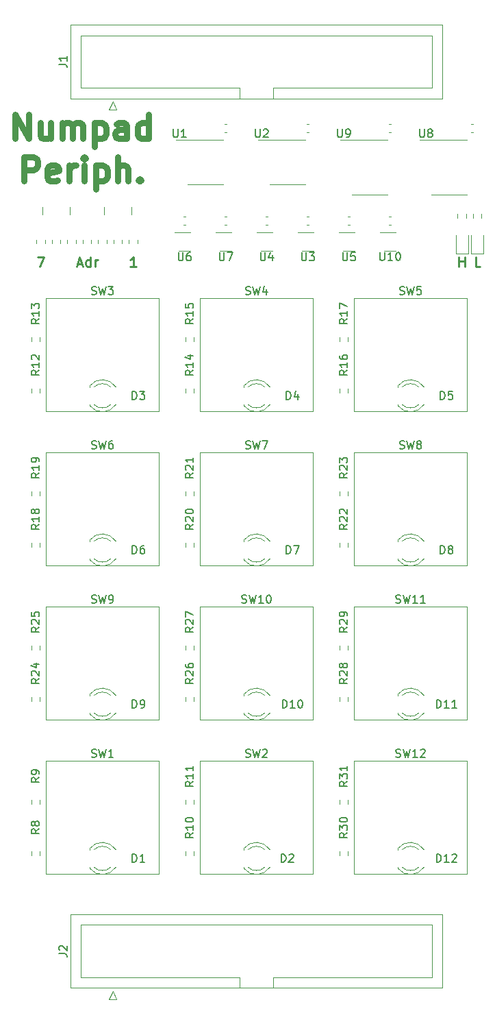
<source format=gbr>
%TF.GenerationSoftware,KiCad,Pcbnew,(5.1.9)-1*%
%TF.CreationDate,2021-05-31T11:32:24+02:00*%
%TF.ProjectId,periph_numpad,70657269-7068-45f6-9e75-6d7061642e6b,v1.0*%
%TF.SameCoordinates,Original*%
%TF.FileFunction,Legend,Top*%
%TF.FilePolarity,Positive*%
%FSLAX46Y46*%
G04 Gerber Fmt 4.6, Leading zero omitted, Abs format (unit mm)*
G04 Created by KiCad (PCBNEW (5.1.9)-1) date 2021-05-31 11:32:24*
%MOMM*%
%LPD*%
G01*
G04 APERTURE LIST*
%ADD10C,0.250000*%
%ADD11C,0.750000*%
%ADD12C,0.120000*%
%ADD13C,0.150000*%
G04 APERTURE END LIST*
D10*
X127371428Y-83727857D02*
X126800000Y-83727857D01*
X126800000Y-82527857D01*
X124752142Y-83727857D02*
X124752142Y-82527857D01*
X124752142Y-83099285D02*
X125437857Y-83099285D01*
X125437857Y-83727857D02*
X125437857Y-82527857D01*
D11*
X69819285Y-67947142D02*
X69819285Y-64947142D01*
X71533571Y-67947142D01*
X71533571Y-64947142D01*
X74247857Y-65947142D02*
X74247857Y-67947142D01*
X72962142Y-65947142D02*
X72962142Y-67518571D01*
X73105000Y-67804285D01*
X73390714Y-67947142D01*
X73819285Y-67947142D01*
X74105000Y-67804285D01*
X74247857Y-67661428D01*
X75676428Y-67947142D02*
X75676428Y-65947142D01*
X75676428Y-66232857D02*
X75819285Y-66090000D01*
X76105000Y-65947142D01*
X76533571Y-65947142D01*
X76819285Y-66090000D01*
X76962142Y-66375714D01*
X76962142Y-67947142D01*
X76962142Y-66375714D02*
X77105000Y-66090000D01*
X77390714Y-65947142D01*
X77819285Y-65947142D01*
X78105000Y-66090000D01*
X78247857Y-66375714D01*
X78247857Y-67947142D01*
X79676428Y-65947142D02*
X79676428Y-68947142D01*
X79676428Y-66090000D02*
X79962142Y-65947142D01*
X80533571Y-65947142D01*
X80819285Y-66090000D01*
X80962142Y-66232857D01*
X81105000Y-66518571D01*
X81105000Y-67375714D01*
X80962142Y-67661428D01*
X80819285Y-67804285D01*
X80533571Y-67947142D01*
X79962142Y-67947142D01*
X79676428Y-67804285D01*
X83676428Y-67947142D02*
X83676428Y-66375714D01*
X83533571Y-66090000D01*
X83247857Y-65947142D01*
X82676428Y-65947142D01*
X82390714Y-66090000D01*
X83676428Y-67804285D02*
X83390714Y-67947142D01*
X82676428Y-67947142D01*
X82390714Y-67804285D01*
X82247857Y-67518571D01*
X82247857Y-67232857D01*
X82390714Y-66947142D01*
X82676428Y-66804285D01*
X83390714Y-66804285D01*
X83676428Y-66661428D01*
X86390714Y-67947142D02*
X86390714Y-64947142D01*
X86390714Y-67804285D02*
X86105000Y-67947142D01*
X85533571Y-67947142D01*
X85247857Y-67804285D01*
X85105000Y-67661428D01*
X84962142Y-67375714D01*
X84962142Y-66518571D01*
X85105000Y-66232857D01*
X85247857Y-66090000D01*
X85533571Y-65947142D01*
X86105000Y-65947142D01*
X86390714Y-66090000D01*
X70962142Y-73197142D02*
X70962142Y-70197142D01*
X72105000Y-70197142D01*
X72390714Y-70340000D01*
X72533571Y-70482857D01*
X72676428Y-70768571D01*
X72676428Y-71197142D01*
X72533571Y-71482857D01*
X72390714Y-71625714D01*
X72105000Y-71768571D01*
X70962142Y-71768571D01*
X75105000Y-73054285D02*
X74819285Y-73197142D01*
X74247857Y-73197142D01*
X73962142Y-73054285D01*
X73819285Y-72768571D01*
X73819285Y-71625714D01*
X73962142Y-71340000D01*
X74247857Y-71197142D01*
X74819285Y-71197142D01*
X75105000Y-71340000D01*
X75247857Y-71625714D01*
X75247857Y-71911428D01*
X73819285Y-72197142D01*
X76533571Y-73197142D02*
X76533571Y-71197142D01*
X76533571Y-71768571D02*
X76676428Y-71482857D01*
X76819285Y-71340000D01*
X77105000Y-71197142D01*
X77390714Y-71197142D01*
X78390714Y-73197142D02*
X78390714Y-71197142D01*
X78390714Y-70197142D02*
X78247857Y-70340000D01*
X78390714Y-70482857D01*
X78533571Y-70340000D01*
X78390714Y-70197142D01*
X78390714Y-70482857D01*
X79819285Y-71197142D02*
X79819285Y-74197142D01*
X79819285Y-71340000D02*
X80105000Y-71197142D01*
X80676428Y-71197142D01*
X80962142Y-71340000D01*
X81105000Y-71482857D01*
X81247857Y-71768571D01*
X81247857Y-72625714D01*
X81105000Y-72911428D01*
X80962142Y-73054285D01*
X80676428Y-73197142D01*
X80105000Y-73197142D01*
X79819285Y-73054285D01*
X82533571Y-73197142D02*
X82533571Y-70197142D01*
X83819285Y-73197142D02*
X83819285Y-71625714D01*
X83676428Y-71340000D01*
X83390714Y-71197142D01*
X82962142Y-71197142D01*
X82676428Y-71340000D01*
X82533571Y-71482857D01*
X85247857Y-72911428D02*
X85390714Y-73054285D01*
X85247857Y-73197142D01*
X85105000Y-73054285D01*
X85247857Y-72911428D01*
X85247857Y-73197142D01*
D10*
X77540000Y-83385000D02*
X78111428Y-83385000D01*
X77425714Y-83727857D02*
X77825714Y-82527857D01*
X78225714Y-83727857D01*
X79140000Y-83727857D02*
X79140000Y-82527857D01*
X79140000Y-83670714D02*
X79025714Y-83727857D01*
X78797142Y-83727857D01*
X78682857Y-83670714D01*
X78625714Y-83613571D01*
X78568571Y-83499285D01*
X78568571Y-83156428D01*
X78625714Y-83042142D01*
X78682857Y-82985000D01*
X78797142Y-82927857D01*
X79025714Y-82927857D01*
X79140000Y-82985000D01*
X79711428Y-83727857D02*
X79711428Y-82927857D01*
X79711428Y-83156428D02*
X79768571Y-83042142D01*
X79825714Y-82985000D01*
X79940000Y-82927857D01*
X80054285Y-82927857D01*
X84797857Y-83727857D02*
X84112142Y-83727857D01*
X84455000Y-83727857D02*
X84455000Y-82527857D01*
X84340714Y-82699285D01*
X84226428Y-82813571D01*
X84112142Y-82870714D01*
X72625000Y-82527857D02*
X73425000Y-82527857D01*
X72910714Y-83727857D01*
D12*
%TO.C,U1*%
X93345000Y-73590000D02*
X95545000Y-73590000D01*
X93345000Y-73590000D02*
X91145000Y-73590000D01*
X93345000Y-68120000D02*
X95545000Y-68120000D01*
X93345000Y-68120000D02*
X89745000Y-68120000D01*
%TO.C,R33*%
X125617500Y-77232742D02*
X125617500Y-77707258D01*
X124572500Y-77232742D02*
X124572500Y-77707258D01*
%TO.C,R32*%
X127522500Y-77232742D02*
X127522500Y-77707258D01*
X126477500Y-77232742D02*
X126477500Y-77707258D01*
%TO.C,U10*%
X115505000Y-81805000D02*
X116905000Y-81805000D01*
X116905000Y-79485000D02*
X115005000Y-79485000D01*
%TO.C,C10*%
X116064420Y-77595000D02*
X116345580Y-77595000D01*
X116064420Y-78615000D02*
X116345580Y-78615000D01*
%TO.C,R7*%
X72502500Y-80882258D02*
X72502500Y-80407742D01*
X73547500Y-80882258D02*
X73547500Y-80407742D01*
%TO.C,R6*%
X74407500Y-80882258D02*
X74407500Y-80407742D01*
X75452500Y-80882258D02*
X75452500Y-80407742D01*
%TO.C,R5*%
X76312500Y-80882258D02*
X76312500Y-80407742D01*
X77357500Y-80882258D02*
X77357500Y-80407742D01*
%TO.C,R4*%
X78217500Y-80882258D02*
X78217500Y-80407742D01*
X79262500Y-80882258D02*
X79262500Y-80407742D01*
%TO.C,R3*%
X80122500Y-80882258D02*
X80122500Y-80407742D01*
X81167500Y-80882258D02*
X81167500Y-80407742D01*
%TO.C,R2*%
X82027500Y-80882258D02*
X82027500Y-80407742D01*
X83072500Y-80882258D02*
X83072500Y-80407742D01*
%TO.C,R1*%
X83932500Y-80882258D02*
X83932500Y-80407742D01*
X84977500Y-80882258D02*
X84977500Y-80407742D01*
%TO.C,D14*%
X124410000Y-79845000D02*
X124410000Y-82130000D01*
X124410000Y-82130000D02*
X125880000Y-82130000D01*
X125880000Y-82130000D02*
X125880000Y-79845000D01*
%TO.C,D13*%
X126265000Y-79845000D02*
X126265000Y-82130000D01*
X126265000Y-82130000D02*
X127735000Y-82130000D01*
X127735000Y-82130000D02*
X127735000Y-79845000D01*
%TO.C,U9*%
X113665000Y-74890000D02*
X115865000Y-74890000D01*
X113665000Y-74890000D02*
X111465000Y-74890000D01*
X113665000Y-68120000D02*
X115865000Y-68120000D01*
X113665000Y-68120000D02*
X110065000Y-68120000D01*
%TO.C,U8*%
X123502500Y-74890000D02*
X125702500Y-74890000D01*
X123502500Y-74890000D02*
X121302500Y-74890000D01*
X123502500Y-68120000D02*
X125702500Y-68120000D01*
X123502500Y-68120000D02*
X119902500Y-68120000D01*
%TO.C,U7*%
X96585000Y-79485000D02*
X94685000Y-79485000D01*
X95185000Y-81805000D02*
X96585000Y-81805000D01*
%TO.C,U6*%
X91505000Y-79485000D02*
X89605000Y-79485000D01*
X90105000Y-81805000D02*
X91505000Y-81805000D01*
%TO.C,U5*%
X111825000Y-79485000D02*
X109925000Y-79485000D01*
X110425000Y-81805000D02*
X111825000Y-81805000D01*
%TO.C,U4*%
X101665000Y-79485000D02*
X99765000Y-79485000D01*
X100265000Y-81805000D02*
X101665000Y-81805000D01*
%TO.C,U3*%
X106745000Y-79485000D02*
X104845000Y-79485000D01*
X105345000Y-81805000D02*
X106745000Y-81805000D01*
%TO.C,U2*%
X103505000Y-73590000D02*
X105705000Y-73590000D01*
X103505000Y-73590000D02*
X101305000Y-73590000D01*
X103505000Y-68120000D02*
X105705000Y-68120000D01*
X103505000Y-68120000D02*
X99905000Y-68120000D01*
%TO.C,SW12*%
X111760000Y-144780000D02*
X125730000Y-144780000D01*
X125730000Y-144780000D02*
X125730000Y-158750000D01*
X125730000Y-158750000D02*
X111760000Y-158750000D01*
X111760000Y-158750000D02*
X111760000Y-144780000D01*
%TO.C,SW11*%
X111760000Y-125730000D02*
X125730000Y-125730000D01*
X125730000Y-125730000D02*
X125730000Y-139700000D01*
X125730000Y-139700000D02*
X111760000Y-139700000D01*
X111760000Y-139700000D02*
X111760000Y-125730000D01*
%TO.C,SW10*%
X92710000Y-125730000D02*
X106680000Y-125730000D01*
X106680000Y-125730000D02*
X106680000Y-139700000D01*
X106680000Y-139700000D02*
X92710000Y-139700000D01*
X92710000Y-139700000D02*
X92710000Y-125730000D01*
%TO.C,SW9*%
X73660000Y-125730000D02*
X87630000Y-125730000D01*
X87630000Y-125730000D02*
X87630000Y-139700000D01*
X87630000Y-139700000D02*
X73660000Y-139700000D01*
X73660000Y-139700000D02*
X73660000Y-125730000D01*
%TO.C,SW8*%
X111760000Y-106680000D02*
X125730000Y-106680000D01*
X125730000Y-106680000D02*
X125730000Y-120650000D01*
X125730000Y-120650000D02*
X111760000Y-120650000D01*
X111760000Y-120650000D02*
X111760000Y-106680000D01*
%TO.C,SW7*%
X92710000Y-106680000D02*
X106680000Y-106680000D01*
X106680000Y-106680000D02*
X106680000Y-120650000D01*
X106680000Y-120650000D02*
X92710000Y-120650000D01*
X92710000Y-120650000D02*
X92710000Y-106680000D01*
%TO.C,SW6*%
X73660000Y-106680000D02*
X87630000Y-106680000D01*
X87630000Y-106680000D02*
X87630000Y-120650000D01*
X87630000Y-120650000D02*
X73660000Y-120650000D01*
X73660000Y-120650000D02*
X73660000Y-106680000D01*
%TO.C,SW5*%
X111760000Y-87630000D02*
X125730000Y-87630000D01*
X125730000Y-87630000D02*
X125730000Y-101600000D01*
X125730000Y-101600000D02*
X111760000Y-101600000D01*
X111760000Y-101600000D02*
X111760000Y-87630000D01*
%TO.C,SW4*%
X92710000Y-87630000D02*
X106680000Y-87630000D01*
X106680000Y-87630000D02*
X106680000Y-101600000D01*
X106680000Y-101600000D02*
X92710000Y-101600000D01*
X92710000Y-101600000D02*
X92710000Y-87630000D01*
%TO.C,SW3*%
X73660000Y-87630000D02*
X87630000Y-87630000D01*
X87630000Y-87630000D02*
X87630000Y-101600000D01*
X87630000Y-101600000D02*
X73660000Y-101600000D01*
X73660000Y-101600000D02*
X73660000Y-87630000D01*
%TO.C,SW2*%
X92710000Y-144780000D02*
X106680000Y-144780000D01*
X106680000Y-144780000D02*
X106680000Y-158750000D01*
X106680000Y-158750000D02*
X92710000Y-158750000D01*
X92710000Y-158750000D02*
X92710000Y-144780000D01*
%TO.C,SW1*%
X73660000Y-144780000D02*
X87630000Y-144780000D01*
X87630000Y-144780000D02*
X87630000Y-158750000D01*
X87630000Y-158750000D02*
X73660000Y-158750000D01*
X73660000Y-158750000D02*
X73660000Y-144780000D01*
%TO.C,RN2*%
X73250000Y-76335000D02*
X73250000Y-77335000D01*
X76610000Y-76335000D02*
X76610000Y-77335000D01*
%TO.C,RN1*%
X80870000Y-76335000D02*
X80870000Y-77335000D01*
X84230000Y-76335000D02*
X84230000Y-77335000D01*
%TO.C,R31*%
X111012500Y-149622742D02*
X111012500Y-150097258D01*
X109967500Y-149622742D02*
X109967500Y-150097258D01*
%TO.C,R30*%
X109967500Y-156447258D02*
X109967500Y-155972742D01*
X111012500Y-156447258D02*
X111012500Y-155972742D01*
%TO.C,R29*%
X111012500Y-130572742D02*
X111012500Y-131047258D01*
X109967500Y-130572742D02*
X109967500Y-131047258D01*
%TO.C,R28*%
X109967500Y-137397258D02*
X109967500Y-136922742D01*
X111012500Y-137397258D02*
X111012500Y-136922742D01*
%TO.C,R27*%
X91962500Y-130572742D02*
X91962500Y-131047258D01*
X90917500Y-130572742D02*
X90917500Y-131047258D01*
%TO.C,R26*%
X90917500Y-137397258D02*
X90917500Y-136922742D01*
X91962500Y-137397258D02*
X91962500Y-136922742D01*
%TO.C,R25*%
X72912500Y-130572742D02*
X72912500Y-131047258D01*
X71867500Y-130572742D02*
X71867500Y-131047258D01*
%TO.C,R24*%
X71867500Y-137397258D02*
X71867500Y-136922742D01*
X72912500Y-137397258D02*
X72912500Y-136922742D01*
%TO.C,R23*%
X111012500Y-111522742D02*
X111012500Y-111997258D01*
X109967500Y-111522742D02*
X109967500Y-111997258D01*
%TO.C,R22*%
X109967500Y-118347258D02*
X109967500Y-117872742D01*
X111012500Y-118347258D02*
X111012500Y-117872742D01*
%TO.C,R21*%
X91962500Y-111522742D02*
X91962500Y-111997258D01*
X90917500Y-111522742D02*
X90917500Y-111997258D01*
%TO.C,R20*%
X90917500Y-118347258D02*
X90917500Y-117872742D01*
X91962500Y-118347258D02*
X91962500Y-117872742D01*
%TO.C,R19*%
X72912500Y-111522742D02*
X72912500Y-111997258D01*
X71867500Y-111522742D02*
X71867500Y-111997258D01*
%TO.C,R18*%
X71867500Y-118347258D02*
X71867500Y-117872742D01*
X72912500Y-118347258D02*
X72912500Y-117872742D01*
%TO.C,R17*%
X111012500Y-92472742D02*
X111012500Y-92947258D01*
X109967500Y-92472742D02*
X109967500Y-92947258D01*
%TO.C,R16*%
X109967500Y-99297258D02*
X109967500Y-98822742D01*
X111012500Y-99297258D02*
X111012500Y-98822742D01*
%TO.C,R15*%
X91962500Y-92472742D02*
X91962500Y-92947258D01*
X90917500Y-92472742D02*
X90917500Y-92947258D01*
%TO.C,R14*%
X90917500Y-99297258D02*
X90917500Y-98822742D01*
X91962500Y-99297258D02*
X91962500Y-98822742D01*
%TO.C,R13*%
X72912500Y-92472742D02*
X72912500Y-92947258D01*
X71867500Y-92472742D02*
X71867500Y-92947258D01*
%TO.C,R12*%
X71867500Y-99297258D02*
X71867500Y-98822742D01*
X72912500Y-99297258D02*
X72912500Y-98822742D01*
%TO.C,R11*%
X91962500Y-149622742D02*
X91962500Y-150097258D01*
X90917500Y-149622742D02*
X90917500Y-150097258D01*
%TO.C,R10*%
X90917500Y-156447258D02*
X90917500Y-155972742D01*
X91962500Y-156447258D02*
X91962500Y-155972742D01*
%TO.C,R9*%
X72912500Y-149622742D02*
X72912500Y-150097258D01*
X71867500Y-149622742D02*
X71867500Y-150097258D01*
%TO.C,R8*%
X71867500Y-156447258D02*
X71867500Y-155972742D01*
X72912500Y-156447258D02*
X72912500Y-155972742D01*
%TO.C,J2*%
X76705000Y-172835000D02*
X76705000Y-163715000D01*
X76705000Y-163715000D02*
X122685000Y-163715000D01*
X122685000Y-163715000D02*
X122685000Y-172835000D01*
X122685000Y-172835000D02*
X76705000Y-172835000D01*
X97645000Y-172835000D02*
X97645000Y-171525000D01*
X97645000Y-171525000D02*
X78005000Y-171525000D01*
X78005000Y-171525000D02*
X78005000Y-165025000D01*
X78005000Y-165025000D02*
X121385000Y-165025000D01*
X121385000Y-165025000D02*
X121385000Y-171525000D01*
X121385000Y-171525000D02*
X101745000Y-171525000D01*
X101745000Y-171525000D02*
X101745000Y-171525000D01*
X101745000Y-171525000D02*
X101745000Y-172835000D01*
X81915000Y-173225000D02*
X81415000Y-174225000D01*
X81415000Y-174225000D02*
X82415000Y-174225000D01*
X82415000Y-174225000D02*
X81915000Y-173225000D01*
%TO.C,J1*%
X76705000Y-62980000D02*
X76705000Y-53860000D01*
X76705000Y-53860000D02*
X122685000Y-53860000D01*
X122685000Y-53860000D02*
X122685000Y-62980000D01*
X122685000Y-62980000D02*
X76705000Y-62980000D01*
X97645000Y-62980000D02*
X97645000Y-61670000D01*
X97645000Y-61670000D02*
X78005000Y-61670000D01*
X78005000Y-61670000D02*
X78005000Y-55170000D01*
X78005000Y-55170000D02*
X121385000Y-55170000D01*
X121385000Y-55170000D02*
X121385000Y-61670000D01*
X121385000Y-61670000D02*
X101745000Y-61670000D01*
X101745000Y-61670000D02*
X101745000Y-61670000D01*
X101745000Y-61670000D02*
X101745000Y-62980000D01*
X81915000Y-63370000D02*
X81415000Y-64370000D01*
X81415000Y-64370000D02*
X82415000Y-64370000D01*
X82415000Y-64370000D02*
X81915000Y-63370000D01*
%TO.C,D12*%
X117185000Y-155609000D02*
X117185000Y-155765000D01*
X117185000Y-157925000D02*
X117185000Y-158081000D01*
X119786130Y-157924837D02*
G75*
G02*
X117704039Y-157925000I-1041130J1079837D01*
G01*
X119786130Y-155765163D02*
G75*
G03*
X117704039Y-155765000I-1041130J-1079837D01*
G01*
X120417335Y-157923608D02*
G75*
G02*
X117185000Y-158080516I-1672335J1078608D01*
G01*
X120417335Y-155766392D02*
G75*
G03*
X117185000Y-155609484I-1672335J-1078608D01*
G01*
%TO.C,D11*%
X117185000Y-136559000D02*
X117185000Y-136715000D01*
X117185000Y-138875000D02*
X117185000Y-139031000D01*
X119786130Y-138874837D02*
G75*
G02*
X117704039Y-138875000I-1041130J1079837D01*
G01*
X119786130Y-136715163D02*
G75*
G03*
X117704039Y-136715000I-1041130J-1079837D01*
G01*
X120417335Y-138873608D02*
G75*
G02*
X117185000Y-139030516I-1672335J1078608D01*
G01*
X120417335Y-136716392D02*
G75*
G03*
X117185000Y-136559484I-1672335J-1078608D01*
G01*
%TO.C,D10*%
X98135000Y-136559000D02*
X98135000Y-136715000D01*
X98135000Y-138875000D02*
X98135000Y-139031000D01*
X100736130Y-138874837D02*
G75*
G02*
X98654039Y-138875000I-1041130J1079837D01*
G01*
X100736130Y-136715163D02*
G75*
G03*
X98654039Y-136715000I-1041130J-1079837D01*
G01*
X101367335Y-138873608D02*
G75*
G02*
X98135000Y-139030516I-1672335J1078608D01*
G01*
X101367335Y-136716392D02*
G75*
G03*
X98135000Y-136559484I-1672335J-1078608D01*
G01*
%TO.C,D9*%
X79085000Y-136559000D02*
X79085000Y-136715000D01*
X79085000Y-138875000D02*
X79085000Y-139031000D01*
X81686130Y-138874837D02*
G75*
G02*
X79604039Y-138875000I-1041130J1079837D01*
G01*
X81686130Y-136715163D02*
G75*
G03*
X79604039Y-136715000I-1041130J-1079837D01*
G01*
X82317335Y-138873608D02*
G75*
G02*
X79085000Y-139030516I-1672335J1078608D01*
G01*
X82317335Y-136716392D02*
G75*
G03*
X79085000Y-136559484I-1672335J-1078608D01*
G01*
%TO.C,D8*%
X117185000Y-117509000D02*
X117185000Y-117665000D01*
X117185000Y-119825000D02*
X117185000Y-119981000D01*
X119786130Y-119824837D02*
G75*
G02*
X117704039Y-119825000I-1041130J1079837D01*
G01*
X119786130Y-117665163D02*
G75*
G03*
X117704039Y-117665000I-1041130J-1079837D01*
G01*
X120417335Y-119823608D02*
G75*
G02*
X117185000Y-119980516I-1672335J1078608D01*
G01*
X120417335Y-117666392D02*
G75*
G03*
X117185000Y-117509484I-1672335J-1078608D01*
G01*
%TO.C,D7*%
X98135000Y-117509000D02*
X98135000Y-117665000D01*
X98135000Y-119825000D02*
X98135000Y-119981000D01*
X100736130Y-119824837D02*
G75*
G02*
X98654039Y-119825000I-1041130J1079837D01*
G01*
X100736130Y-117665163D02*
G75*
G03*
X98654039Y-117665000I-1041130J-1079837D01*
G01*
X101367335Y-119823608D02*
G75*
G02*
X98135000Y-119980516I-1672335J1078608D01*
G01*
X101367335Y-117666392D02*
G75*
G03*
X98135000Y-117509484I-1672335J-1078608D01*
G01*
%TO.C,D6*%
X79085000Y-117509000D02*
X79085000Y-117665000D01*
X79085000Y-119825000D02*
X79085000Y-119981000D01*
X81686130Y-119824837D02*
G75*
G02*
X79604039Y-119825000I-1041130J1079837D01*
G01*
X81686130Y-117665163D02*
G75*
G03*
X79604039Y-117665000I-1041130J-1079837D01*
G01*
X82317335Y-119823608D02*
G75*
G02*
X79085000Y-119980516I-1672335J1078608D01*
G01*
X82317335Y-117666392D02*
G75*
G03*
X79085000Y-117509484I-1672335J-1078608D01*
G01*
%TO.C,D5*%
X117185000Y-98459000D02*
X117185000Y-98615000D01*
X117185000Y-100775000D02*
X117185000Y-100931000D01*
X119786130Y-100774837D02*
G75*
G02*
X117704039Y-100775000I-1041130J1079837D01*
G01*
X119786130Y-98615163D02*
G75*
G03*
X117704039Y-98615000I-1041130J-1079837D01*
G01*
X120417335Y-100773608D02*
G75*
G02*
X117185000Y-100930516I-1672335J1078608D01*
G01*
X120417335Y-98616392D02*
G75*
G03*
X117185000Y-98459484I-1672335J-1078608D01*
G01*
%TO.C,D4*%
X98135000Y-98459000D02*
X98135000Y-98615000D01*
X98135000Y-100775000D02*
X98135000Y-100931000D01*
X100736130Y-100774837D02*
G75*
G02*
X98654039Y-100775000I-1041130J1079837D01*
G01*
X100736130Y-98615163D02*
G75*
G03*
X98654039Y-98615000I-1041130J-1079837D01*
G01*
X101367335Y-100773608D02*
G75*
G02*
X98135000Y-100930516I-1672335J1078608D01*
G01*
X101367335Y-98616392D02*
G75*
G03*
X98135000Y-98459484I-1672335J-1078608D01*
G01*
%TO.C,D3*%
X79085000Y-98459000D02*
X79085000Y-98615000D01*
X79085000Y-100775000D02*
X79085000Y-100931000D01*
X81686130Y-100774837D02*
G75*
G02*
X79604039Y-100775000I-1041130J1079837D01*
G01*
X81686130Y-98615163D02*
G75*
G03*
X79604039Y-98615000I-1041130J-1079837D01*
G01*
X82317335Y-100773608D02*
G75*
G02*
X79085000Y-100930516I-1672335J1078608D01*
G01*
X82317335Y-98616392D02*
G75*
G03*
X79085000Y-98459484I-1672335J-1078608D01*
G01*
%TO.C,D2*%
X98135000Y-155609000D02*
X98135000Y-155765000D01*
X98135000Y-157925000D02*
X98135000Y-158081000D01*
X100736130Y-157924837D02*
G75*
G02*
X98654039Y-157925000I-1041130J1079837D01*
G01*
X100736130Y-155765163D02*
G75*
G03*
X98654039Y-155765000I-1041130J-1079837D01*
G01*
X101367335Y-157923608D02*
G75*
G02*
X98135000Y-158080516I-1672335J1078608D01*
G01*
X101367335Y-155766392D02*
G75*
G03*
X98135000Y-155609484I-1672335J-1078608D01*
G01*
%TO.C,D1*%
X79085000Y-155609000D02*
X79085000Y-155765000D01*
X79085000Y-157925000D02*
X79085000Y-158081000D01*
X81686130Y-157924837D02*
G75*
G02*
X79604039Y-157925000I-1041130J1079837D01*
G01*
X81686130Y-155765163D02*
G75*
G03*
X79604039Y-155765000I-1041130J-1079837D01*
G01*
X82317335Y-157923608D02*
G75*
G02*
X79085000Y-158080516I-1672335J1078608D01*
G01*
X82317335Y-155766392D02*
G75*
G03*
X79085000Y-155609484I-1672335J-1078608D01*
G01*
%TO.C,C9*%
X116064420Y-67185000D02*
X116345580Y-67185000D01*
X116064420Y-66165000D02*
X116345580Y-66165000D01*
%TO.C,C8*%
X126224420Y-67185000D02*
X126505580Y-67185000D01*
X126224420Y-66165000D02*
X126505580Y-66165000D01*
%TO.C,C7*%
X95744420Y-78615000D02*
X96025580Y-78615000D01*
X95744420Y-77595000D02*
X96025580Y-77595000D01*
%TO.C,C6*%
X90664420Y-78615000D02*
X90945580Y-78615000D01*
X90664420Y-77595000D02*
X90945580Y-77595000D01*
%TO.C,C5*%
X110984420Y-78615000D02*
X111265580Y-78615000D01*
X110984420Y-77595000D02*
X111265580Y-77595000D01*
%TO.C,C4*%
X100824420Y-78615000D02*
X101105580Y-78615000D01*
X100824420Y-77595000D02*
X101105580Y-77595000D01*
%TO.C,C3*%
X105904420Y-78615000D02*
X106185580Y-78615000D01*
X105904420Y-77595000D02*
X106185580Y-77595000D01*
%TO.C,C2*%
X105904420Y-67185000D02*
X106185580Y-67185000D01*
X105904420Y-66165000D02*
X106185580Y-66165000D01*
%TO.C,C1*%
X95744420Y-67185000D02*
X96025580Y-67185000D01*
X95744420Y-66165000D02*
X96025580Y-66165000D01*
%TO.C,U1*%
D13*
X89408095Y-66762380D02*
X89408095Y-67571904D01*
X89455714Y-67667142D01*
X89503333Y-67714761D01*
X89598571Y-67762380D01*
X89789047Y-67762380D01*
X89884285Y-67714761D01*
X89931904Y-67667142D01*
X89979523Y-67571904D01*
X89979523Y-66762380D01*
X90979523Y-67762380D02*
X90408095Y-67762380D01*
X90693809Y-67762380D02*
X90693809Y-66762380D01*
X90598571Y-66905238D01*
X90503333Y-67000476D01*
X90408095Y-67048095D01*
%TO.C,U10*%
X114966904Y-81967380D02*
X114966904Y-82776904D01*
X115014523Y-82872142D01*
X115062142Y-82919761D01*
X115157380Y-82967380D01*
X115347857Y-82967380D01*
X115443095Y-82919761D01*
X115490714Y-82872142D01*
X115538333Y-82776904D01*
X115538333Y-81967380D01*
X116538333Y-82967380D02*
X115966904Y-82967380D01*
X116252619Y-82967380D02*
X116252619Y-81967380D01*
X116157380Y-82110238D01*
X116062142Y-82205476D01*
X115966904Y-82253095D01*
X117157380Y-81967380D02*
X117252619Y-81967380D01*
X117347857Y-82015000D01*
X117395476Y-82062619D01*
X117443095Y-82157857D01*
X117490714Y-82348333D01*
X117490714Y-82586428D01*
X117443095Y-82776904D01*
X117395476Y-82872142D01*
X117347857Y-82919761D01*
X117252619Y-82967380D01*
X117157380Y-82967380D01*
X117062142Y-82919761D01*
X117014523Y-82872142D01*
X116966904Y-82776904D01*
X116919285Y-82586428D01*
X116919285Y-82348333D01*
X116966904Y-82157857D01*
X117014523Y-82062619D01*
X117062142Y-82015000D01*
X117157380Y-81967380D01*
%TO.C,U9*%
X109728095Y-66757380D02*
X109728095Y-67566904D01*
X109775714Y-67662142D01*
X109823333Y-67709761D01*
X109918571Y-67757380D01*
X110109047Y-67757380D01*
X110204285Y-67709761D01*
X110251904Y-67662142D01*
X110299523Y-67566904D01*
X110299523Y-66757380D01*
X110823333Y-67757380D02*
X111013809Y-67757380D01*
X111109047Y-67709761D01*
X111156666Y-67662142D01*
X111251904Y-67519285D01*
X111299523Y-67328809D01*
X111299523Y-66947857D01*
X111251904Y-66852619D01*
X111204285Y-66805000D01*
X111109047Y-66757380D01*
X110918571Y-66757380D01*
X110823333Y-66805000D01*
X110775714Y-66852619D01*
X110728095Y-66947857D01*
X110728095Y-67185952D01*
X110775714Y-67281190D01*
X110823333Y-67328809D01*
X110918571Y-67376428D01*
X111109047Y-67376428D01*
X111204285Y-67328809D01*
X111251904Y-67281190D01*
X111299523Y-67185952D01*
%TO.C,U8*%
X119888095Y-66762380D02*
X119888095Y-67571904D01*
X119935714Y-67667142D01*
X119983333Y-67714761D01*
X120078571Y-67762380D01*
X120269047Y-67762380D01*
X120364285Y-67714761D01*
X120411904Y-67667142D01*
X120459523Y-67571904D01*
X120459523Y-66762380D01*
X121078571Y-67190952D02*
X120983333Y-67143333D01*
X120935714Y-67095714D01*
X120888095Y-67000476D01*
X120888095Y-66952857D01*
X120935714Y-66857619D01*
X120983333Y-66810000D01*
X121078571Y-66762380D01*
X121269047Y-66762380D01*
X121364285Y-66810000D01*
X121411904Y-66857619D01*
X121459523Y-66952857D01*
X121459523Y-67000476D01*
X121411904Y-67095714D01*
X121364285Y-67143333D01*
X121269047Y-67190952D01*
X121078571Y-67190952D01*
X120983333Y-67238571D01*
X120935714Y-67286190D01*
X120888095Y-67381428D01*
X120888095Y-67571904D01*
X120935714Y-67667142D01*
X120983333Y-67714761D01*
X121078571Y-67762380D01*
X121269047Y-67762380D01*
X121364285Y-67714761D01*
X121411904Y-67667142D01*
X121459523Y-67571904D01*
X121459523Y-67381428D01*
X121411904Y-67286190D01*
X121364285Y-67238571D01*
X121269047Y-67190952D01*
%TO.C,U7*%
X95123095Y-82002380D02*
X95123095Y-82811904D01*
X95170714Y-82907142D01*
X95218333Y-82954761D01*
X95313571Y-83002380D01*
X95504047Y-83002380D01*
X95599285Y-82954761D01*
X95646904Y-82907142D01*
X95694523Y-82811904D01*
X95694523Y-82002380D01*
X96075476Y-82002380D02*
X96742142Y-82002380D01*
X96313571Y-83002380D01*
%TO.C,U6*%
X90043095Y-82002380D02*
X90043095Y-82811904D01*
X90090714Y-82907142D01*
X90138333Y-82954761D01*
X90233571Y-83002380D01*
X90424047Y-83002380D01*
X90519285Y-82954761D01*
X90566904Y-82907142D01*
X90614523Y-82811904D01*
X90614523Y-82002380D01*
X91519285Y-82002380D02*
X91328809Y-82002380D01*
X91233571Y-82050000D01*
X91185952Y-82097619D01*
X91090714Y-82240476D01*
X91043095Y-82430952D01*
X91043095Y-82811904D01*
X91090714Y-82907142D01*
X91138333Y-82954761D01*
X91233571Y-83002380D01*
X91424047Y-83002380D01*
X91519285Y-82954761D01*
X91566904Y-82907142D01*
X91614523Y-82811904D01*
X91614523Y-82573809D01*
X91566904Y-82478571D01*
X91519285Y-82430952D01*
X91424047Y-82383333D01*
X91233571Y-82383333D01*
X91138333Y-82430952D01*
X91090714Y-82478571D01*
X91043095Y-82573809D01*
%TO.C,U5*%
X110363095Y-82002380D02*
X110363095Y-82811904D01*
X110410714Y-82907142D01*
X110458333Y-82954761D01*
X110553571Y-83002380D01*
X110744047Y-83002380D01*
X110839285Y-82954761D01*
X110886904Y-82907142D01*
X110934523Y-82811904D01*
X110934523Y-82002380D01*
X111886904Y-82002380D02*
X111410714Y-82002380D01*
X111363095Y-82478571D01*
X111410714Y-82430952D01*
X111505952Y-82383333D01*
X111744047Y-82383333D01*
X111839285Y-82430952D01*
X111886904Y-82478571D01*
X111934523Y-82573809D01*
X111934523Y-82811904D01*
X111886904Y-82907142D01*
X111839285Y-82954761D01*
X111744047Y-83002380D01*
X111505952Y-83002380D01*
X111410714Y-82954761D01*
X111363095Y-82907142D01*
%TO.C,U4*%
X100203095Y-82002380D02*
X100203095Y-82811904D01*
X100250714Y-82907142D01*
X100298333Y-82954761D01*
X100393571Y-83002380D01*
X100584047Y-83002380D01*
X100679285Y-82954761D01*
X100726904Y-82907142D01*
X100774523Y-82811904D01*
X100774523Y-82002380D01*
X101679285Y-82335714D02*
X101679285Y-83002380D01*
X101441190Y-81954761D02*
X101203095Y-82669047D01*
X101822142Y-82669047D01*
%TO.C,U3*%
X105283095Y-82002380D02*
X105283095Y-82811904D01*
X105330714Y-82907142D01*
X105378333Y-82954761D01*
X105473571Y-83002380D01*
X105664047Y-83002380D01*
X105759285Y-82954761D01*
X105806904Y-82907142D01*
X105854523Y-82811904D01*
X105854523Y-82002380D01*
X106235476Y-82002380D02*
X106854523Y-82002380D01*
X106521190Y-82383333D01*
X106664047Y-82383333D01*
X106759285Y-82430952D01*
X106806904Y-82478571D01*
X106854523Y-82573809D01*
X106854523Y-82811904D01*
X106806904Y-82907142D01*
X106759285Y-82954761D01*
X106664047Y-83002380D01*
X106378333Y-83002380D01*
X106283095Y-82954761D01*
X106235476Y-82907142D01*
%TO.C,U2*%
X99568095Y-66762380D02*
X99568095Y-67571904D01*
X99615714Y-67667142D01*
X99663333Y-67714761D01*
X99758571Y-67762380D01*
X99949047Y-67762380D01*
X100044285Y-67714761D01*
X100091904Y-67667142D01*
X100139523Y-67571904D01*
X100139523Y-66762380D01*
X100568095Y-66857619D02*
X100615714Y-66810000D01*
X100710952Y-66762380D01*
X100949047Y-66762380D01*
X101044285Y-66810000D01*
X101091904Y-66857619D01*
X101139523Y-66952857D01*
X101139523Y-67048095D01*
X101091904Y-67190952D01*
X100520476Y-67762380D01*
X101139523Y-67762380D01*
%TO.C,SW12*%
X116935476Y-144295761D02*
X117078333Y-144343380D01*
X117316428Y-144343380D01*
X117411666Y-144295761D01*
X117459285Y-144248142D01*
X117506904Y-144152904D01*
X117506904Y-144057666D01*
X117459285Y-143962428D01*
X117411666Y-143914809D01*
X117316428Y-143867190D01*
X117125952Y-143819571D01*
X117030714Y-143771952D01*
X116983095Y-143724333D01*
X116935476Y-143629095D01*
X116935476Y-143533857D01*
X116983095Y-143438619D01*
X117030714Y-143391000D01*
X117125952Y-143343380D01*
X117364047Y-143343380D01*
X117506904Y-143391000D01*
X117840238Y-143343380D02*
X118078333Y-144343380D01*
X118268809Y-143629095D01*
X118459285Y-144343380D01*
X118697380Y-143343380D01*
X119602142Y-144343380D02*
X119030714Y-144343380D01*
X119316428Y-144343380D02*
X119316428Y-143343380D01*
X119221190Y-143486238D01*
X119125952Y-143581476D01*
X119030714Y-143629095D01*
X119983095Y-143438619D02*
X120030714Y-143391000D01*
X120125952Y-143343380D01*
X120364047Y-143343380D01*
X120459285Y-143391000D01*
X120506904Y-143438619D01*
X120554523Y-143533857D01*
X120554523Y-143629095D01*
X120506904Y-143771952D01*
X119935476Y-144343380D01*
X120554523Y-144343380D01*
%TO.C,SW11*%
X116935476Y-125245761D02*
X117078333Y-125293380D01*
X117316428Y-125293380D01*
X117411666Y-125245761D01*
X117459285Y-125198142D01*
X117506904Y-125102904D01*
X117506904Y-125007666D01*
X117459285Y-124912428D01*
X117411666Y-124864809D01*
X117316428Y-124817190D01*
X117125952Y-124769571D01*
X117030714Y-124721952D01*
X116983095Y-124674333D01*
X116935476Y-124579095D01*
X116935476Y-124483857D01*
X116983095Y-124388619D01*
X117030714Y-124341000D01*
X117125952Y-124293380D01*
X117364047Y-124293380D01*
X117506904Y-124341000D01*
X117840238Y-124293380D02*
X118078333Y-125293380D01*
X118268809Y-124579095D01*
X118459285Y-125293380D01*
X118697380Y-124293380D01*
X119602142Y-125293380D02*
X119030714Y-125293380D01*
X119316428Y-125293380D02*
X119316428Y-124293380D01*
X119221190Y-124436238D01*
X119125952Y-124531476D01*
X119030714Y-124579095D01*
X120554523Y-125293380D02*
X119983095Y-125293380D01*
X120268809Y-125293380D02*
X120268809Y-124293380D01*
X120173571Y-124436238D01*
X120078333Y-124531476D01*
X119983095Y-124579095D01*
%TO.C,SW10*%
X97885476Y-125245761D02*
X98028333Y-125293380D01*
X98266428Y-125293380D01*
X98361666Y-125245761D01*
X98409285Y-125198142D01*
X98456904Y-125102904D01*
X98456904Y-125007666D01*
X98409285Y-124912428D01*
X98361666Y-124864809D01*
X98266428Y-124817190D01*
X98075952Y-124769571D01*
X97980714Y-124721952D01*
X97933095Y-124674333D01*
X97885476Y-124579095D01*
X97885476Y-124483857D01*
X97933095Y-124388619D01*
X97980714Y-124341000D01*
X98075952Y-124293380D01*
X98314047Y-124293380D01*
X98456904Y-124341000D01*
X98790238Y-124293380D02*
X99028333Y-125293380D01*
X99218809Y-124579095D01*
X99409285Y-125293380D01*
X99647380Y-124293380D01*
X100552142Y-125293380D02*
X99980714Y-125293380D01*
X100266428Y-125293380D02*
X100266428Y-124293380D01*
X100171190Y-124436238D01*
X100075952Y-124531476D01*
X99980714Y-124579095D01*
X101171190Y-124293380D02*
X101266428Y-124293380D01*
X101361666Y-124341000D01*
X101409285Y-124388619D01*
X101456904Y-124483857D01*
X101504523Y-124674333D01*
X101504523Y-124912428D01*
X101456904Y-125102904D01*
X101409285Y-125198142D01*
X101361666Y-125245761D01*
X101266428Y-125293380D01*
X101171190Y-125293380D01*
X101075952Y-125245761D01*
X101028333Y-125198142D01*
X100980714Y-125102904D01*
X100933095Y-124912428D01*
X100933095Y-124674333D01*
X100980714Y-124483857D01*
X101028333Y-124388619D01*
X101075952Y-124341000D01*
X101171190Y-124293380D01*
%TO.C,SW9*%
X79311666Y-125245761D02*
X79454523Y-125293380D01*
X79692619Y-125293380D01*
X79787857Y-125245761D01*
X79835476Y-125198142D01*
X79883095Y-125102904D01*
X79883095Y-125007666D01*
X79835476Y-124912428D01*
X79787857Y-124864809D01*
X79692619Y-124817190D01*
X79502142Y-124769571D01*
X79406904Y-124721952D01*
X79359285Y-124674333D01*
X79311666Y-124579095D01*
X79311666Y-124483857D01*
X79359285Y-124388619D01*
X79406904Y-124341000D01*
X79502142Y-124293380D01*
X79740238Y-124293380D01*
X79883095Y-124341000D01*
X80216428Y-124293380D02*
X80454523Y-125293380D01*
X80645000Y-124579095D01*
X80835476Y-125293380D01*
X81073571Y-124293380D01*
X81502142Y-125293380D02*
X81692619Y-125293380D01*
X81787857Y-125245761D01*
X81835476Y-125198142D01*
X81930714Y-125055285D01*
X81978333Y-124864809D01*
X81978333Y-124483857D01*
X81930714Y-124388619D01*
X81883095Y-124341000D01*
X81787857Y-124293380D01*
X81597380Y-124293380D01*
X81502142Y-124341000D01*
X81454523Y-124388619D01*
X81406904Y-124483857D01*
X81406904Y-124721952D01*
X81454523Y-124817190D01*
X81502142Y-124864809D01*
X81597380Y-124912428D01*
X81787857Y-124912428D01*
X81883095Y-124864809D01*
X81930714Y-124817190D01*
X81978333Y-124721952D01*
%TO.C,SW8*%
X117411666Y-106195761D02*
X117554523Y-106243380D01*
X117792619Y-106243380D01*
X117887857Y-106195761D01*
X117935476Y-106148142D01*
X117983095Y-106052904D01*
X117983095Y-105957666D01*
X117935476Y-105862428D01*
X117887857Y-105814809D01*
X117792619Y-105767190D01*
X117602142Y-105719571D01*
X117506904Y-105671952D01*
X117459285Y-105624333D01*
X117411666Y-105529095D01*
X117411666Y-105433857D01*
X117459285Y-105338619D01*
X117506904Y-105291000D01*
X117602142Y-105243380D01*
X117840238Y-105243380D01*
X117983095Y-105291000D01*
X118316428Y-105243380D02*
X118554523Y-106243380D01*
X118745000Y-105529095D01*
X118935476Y-106243380D01*
X119173571Y-105243380D01*
X119697380Y-105671952D02*
X119602142Y-105624333D01*
X119554523Y-105576714D01*
X119506904Y-105481476D01*
X119506904Y-105433857D01*
X119554523Y-105338619D01*
X119602142Y-105291000D01*
X119697380Y-105243380D01*
X119887857Y-105243380D01*
X119983095Y-105291000D01*
X120030714Y-105338619D01*
X120078333Y-105433857D01*
X120078333Y-105481476D01*
X120030714Y-105576714D01*
X119983095Y-105624333D01*
X119887857Y-105671952D01*
X119697380Y-105671952D01*
X119602142Y-105719571D01*
X119554523Y-105767190D01*
X119506904Y-105862428D01*
X119506904Y-106052904D01*
X119554523Y-106148142D01*
X119602142Y-106195761D01*
X119697380Y-106243380D01*
X119887857Y-106243380D01*
X119983095Y-106195761D01*
X120030714Y-106148142D01*
X120078333Y-106052904D01*
X120078333Y-105862428D01*
X120030714Y-105767190D01*
X119983095Y-105719571D01*
X119887857Y-105671952D01*
%TO.C,SW7*%
X98361666Y-106195761D02*
X98504523Y-106243380D01*
X98742619Y-106243380D01*
X98837857Y-106195761D01*
X98885476Y-106148142D01*
X98933095Y-106052904D01*
X98933095Y-105957666D01*
X98885476Y-105862428D01*
X98837857Y-105814809D01*
X98742619Y-105767190D01*
X98552142Y-105719571D01*
X98456904Y-105671952D01*
X98409285Y-105624333D01*
X98361666Y-105529095D01*
X98361666Y-105433857D01*
X98409285Y-105338619D01*
X98456904Y-105291000D01*
X98552142Y-105243380D01*
X98790238Y-105243380D01*
X98933095Y-105291000D01*
X99266428Y-105243380D02*
X99504523Y-106243380D01*
X99695000Y-105529095D01*
X99885476Y-106243380D01*
X100123571Y-105243380D01*
X100409285Y-105243380D02*
X101075952Y-105243380D01*
X100647380Y-106243380D01*
%TO.C,SW6*%
X79311666Y-106195761D02*
X79454523Y-106243380D01*
X79692619Y-106243380D01*
X79787857Y-106195761D01*
X79835476Y-106148142D01*
X79883095Y-106052904D01*
X79883095Y-105957666D01*
X79835476Y-105862428D01*
X79787857Y-105814809D01*
X79692619Y-105767190D01*
X79502142Y-105719571D01*
X79406904Y-105671952D01*
X79359285Y-105624333D01*
X79311666Y-105529095D01*
X79311666Y-105433857D01*
X79359285Y-105338619D01*
X79406904Y-105291000D01*
X79502142Y-105243380D01*
X79740238Y-105243380D01*
X79883095Y-105291000D01*
X80216428Y-105243380D02*
X80454523Y-106243380D01*
X80645000Y-105529095D01*
X80835476Y-106243380D01*
X81073571Y-105243380D01*
X81883095Y-105243380D02*
X81692619Y-105243380D01*
X81597380Y-105291000D01*
X81549761Y-105338619D01*
X81454523Y-105481476D01*
X81406904Y-105671952D01*
X81406904Y-106052904D01*
X81454523Y-106148142D01*
X81502142Y-106195761D01*
X81597380Y-106243380D01*
X81787857Y-106243380D01*
X81883095Y-106195761D01*
X81930714Y-106148142D01*
X81978333Y-106052904D01*
X81978333Y-105814809D01*
X81930714Y-105719571D01*
X81883095Y-105671952D01*
X81787857Y-105624333D01*
X81597380Y-105624333D01*
X81502142Y-105671952D01*
X81454523Y-105719571D01*
X81406904Y-105814809D01*
%TO.C,SW5*%
X117411666Y-87145761D02*
X117554523Y-87193380D01*
X117792619Y-87193380D01*
X117887857Y-87145761D01*
X117935476Y-87098142D01*
X117983095Y-87002904D01*
X117983095Y-86907666D01*
X117935476Y-86812428D01*
X117887857Y-86764809D01*
X117792619Y-86717190D01*
X117602142Y-86669571D01*
X117506904Y-86621952D01*
X117459285Y-86574333D01*
X117411666Y-86479095D01*
X117411666Y-86383857D01*
X117459285Y-86288619D01*
X117506904Y-86241000D01*
X117602142Y-86193380D01*
X117840238Y-86193380D01*
X117983095Y-86241000D01*
X118316428Y-86193380D02*
X118554523Y-87193380D01*
X118745000Y-86479095D01*
X118935476Y-87193380D01*
X119173571Y-86193380D01*
X120030714Y-86193380D02*
X119554523Y-86193380D01*
X119506904Y-86669571D01*
X119554523Y-86621952D01*
X119649761Y-86574333D01*
X119887857Y-86574333D01*
X119983095Y-86621952D01*
X120030714Y-86669571D01*
X120078333Y-86764809D01*
X120078333Y-87002904D01*
X120030714Y-87098142D01*
X119983095Y-87145761D01*
X119887857Y-87193380D01*
X119649761Y-87193380D01*
X119554523Y-87145761D01*
X119506904Y-87098142D01*
%TO.C,SW4*%
X98361666Y-87145761D02*
X98504523Y-87193380D01*
X98742619Y-87193380D01*
X98837857Y-87145761D01*
X98885476Y-87098142D01*
X98933095Y-87002904D01*
X98933095Y-86907666D01*
X98885476Y-86812428D01*
X98837857Y-86764809D01*
X98742619Y-86717190D01*
X98552142Y-86669571D01*
X98456904Y-86621952D01*
X98409285Y-86574333D01*
X98361666Y-86479095D01*
X98361666Y-86383857D01*
X98409285Y-86288619D01*
X98456904Y-86241000D01*
X98552142Y-86193380D01*
X98790238Y-86193380D01*
X98933095Y-86241000D01*
X99266428Y-86193380D02*
X99504523Y-87193380D01*
X99695000Y-86479095D01*
X99885476Y-87193380D01*
X100123571Y-86193380D01*
X100933095Y-86526714D02*
X100933095Y-87193380D01*
X100695000Y-86145761D02*
X100456904Y-86860047D01*
X101075952Y-86860047D01*
%TO.C,SW3*%
X79311666Y-87145761D02*
X79454523Y-87193380D01*
X79692619Y-87193380D01*
X79787857Y-87145761D01*
X79835476Y-87098142D01*
X79883095Y-87002904D01*
X79883095Y-86907666D01*
X79835476Y-86812428D01*
X79787857Y-86764809D01*
X79692619Y-86717190D01*
X79502142Y-86669571D01*
X79406904Y-86621952D01*
X79359285Y-86574333D01*
X79311666Y-86479095D01*
X79311666Y-86383857D01*
X79359285Y-86288619D01*
X79406904Y-86241000D01*
X79502142Y-86193380D01*
X79740238Y-86193380D01*
X79883095Y-86241000D01*
X80216428Y-86193380D02*
X80454523Y-87193380D01*
X80645000Y-86479095D01*
X80835476Y-87193380D01*
X81073571Y-86193380D01*
X81359285Y-86193380D02*
X81978333Y-86193380D01*
X81645000Y-86574333D01*
X81787857Y-86574333D01*
X81883095Y-86621952D01*
X81930714Y-86669571D01*
X81978333Y-86764809D01*
X81978333Y-87002904D01*
X81930714Y-87098142D01*
X81883095Y-87145761D01*
X81787857Y-87193380D01*
X81502142Y-87193380D01*
X81406904Y-87145761D01*
X81359285Y-87098142D01*
%TO.C,SW2*%
X98361666Y-144295761D02*
X98504523Y-144343380D01*
X98742619Y-144343380D01*
X98837857Y-144295761D01*
X98885476Y-144248142D01*
X98933095Y-144152904D01*
X98933095Y-144057666D01*
X98885476Y-143962428D01*
X98837857Y-143914809D01*
X98742619Y-143867190D01*
X98552142Y-143819571D01*
X98456904Y-143771952D01*
X98409285Y-143724333D01*
X98361666Y-143629095D01*
X98361666Y-143533857D01*
X98409285Y-143438619D01*
X98456904Y-143391000D01*
X98552142Y-143343380D01*
X98790238Y-143343380D01*
X98933095Y-143391000D01*
X99266428Y-143343380D02*
X99504523Y-144343380D01*
X99695000Y-143629095D01*
X99885476Y-144343380D01*
X100123571Y-143343380D01*
X100456904Y-143438619D02*
X100504523Y-143391000D01*
X100599761Y-143343380D01*
X100837857Y-143343380D01*
X100933095Y-143391000D01*
X100980714Y-143438619D01*
X101028333Y-143533857D01*
X101028333Y-143629095D01*
X100980714Y-143771952D01*
X100409285Y-144343380D01*
X101028333Y-144343380D01*
%TO.C,SW1*%
X79311666Y-144295761D02*
X79454523Y-144343380D01*
X79692619Y-144343380D01*
X79787857Y-144295761D01*
X79835476Y-144248142D01*
X79883095Y-144152904D01*
X79883095Y-144057666D01*
X79835476Y-143962428D01*
X79787857Y-143914809D01*
X79692619Y-143867190D01*
X79502142Y-143819571D01*
X79406904Y-143771952D01*
X79359285Y-143724333D01*
X79311666Y-143629095D01*
X79311666Y-143533857D01*
X79359285Y-143438619D01*
X79406904Y-143391000D01*
X79502142Y-143343380D01*
X79740238Y-143343380D01*
X79883095Y-143391000D01*
X80216428Y-143343380D02*
X80454523Y-144343380D01*
X80645000Y-143629095D01*
X80835476Y-144343380D01*
X81073571Y-143343380D01*
X81978333Y-144343380D02*
X81406904Y-144343380D01*
X81692619Y-144343380D02*
X81692619Y-143343380D01*
X81597380Y-143486238D01*
X81502142Y-143581476D01*
X81406904Y-143629095D01*
%TO.C,R31*%
X110942380Y-147327857D02*
X110466190Y-147661190D01*
X110942380Y-147899285D02*
X109942380Y-147899285D01*
X109942380Y-147518333D01*
X109990000Y-147423095D01*
X110037619Y-147375476D01*
X110132857Y-147327857D01*
X110275714Y-147327857D01*
X110370952Y-147375476D01*
X110418571Y-147423095D01*
X110466190Y-147518333D01*
X110466190Y-147899285D01*
X109942380Y-146994523D02*
X109942380Y-146375476D01*
X110323333Y-146708809D01*
X110323333Y-146565952D01*
X110370952Y-146470714D01*
X110418571Y-146423095D01*
X110513809Y-146375476D01*
X110751904Y-146375476D01*
X110847142Y-146423095D01*
X110894761Y-146470714D01*
X110942380Y-146565952D01*
X110942380Y-146851666D01*
X110894761Y-146946904D01*
X110847142Y-146994523D01*
X110942380Y-145423095D02*
X110942380Y-145994523D01*
X110942380Y-145708809D02*
X109942380Y-145708809D01*
X110085238Y-145804047D01*
X110180476Y-145899285D01*
X110228095Y-145994523D01*
%TO.C,R30*%
X110942380Y-153677857D02*
X110466190Y-154011190D01*
X110942380Y-154249285D02*
X109942380Y-154249285D01*
X109942380Y-153868333D01*
X109990000Y-153773095D01*
X110037619Y-153725476D01*
X110132857Y-153677857D01*
X110275714Y-153677857D01*
X110370952Y-153725476D01*
X110418571Y-153773095D01*
X110466190Y-153868333D01*
X110466190Y-154249285D01*
X109942380Y-153344523D02*
X109942380Y-152725476D01*
X110323333Y-153058809D01*
X110323333Y-152915952D01*
X110370952Y-152820714D01*
X110418571Y-152773095D01*
X110513809Y-152725476D01*
X110751904Y-152725476D01*
X110847142Y-152773095D01*
X110894761Y-152820714D01*
X110942380Y-152915952D01*
X110942380Y-153201666D01*
X110894761Y-153296904D01*
X110847142Y-153344523D01*
X109942380Y-152106428D02*
X109942380Y-152011190D01*
X109990000Y-151915952D01*
X110037619Y-151868333D01*
X110132857Y-151820714D01*
X110323333Y-151773095D01*
X110561428Y-151773095D01*
X110751904Y-151820714D01*
X110847142Y-151868333D01*
X110894761Y-151915952D01*
X110942380Y-152011190D01*
X110942380Y-152106428D01*
X110894761Y-152201666D01*
X110847142Y-152249285D01*
X110751904Y-152296904D01*
X110561428Y-152344523D01*
X110323333Y-152344523D01*
X110132857Y-152296904D01*
X110037619Y-152249285D01*
X109990000Y-152201666D01*
X109942380Y-152106428D01*
%TO.C,R29*%
X110942380Y-128277857D02*
X110466190Y-128611190D01*
X110942380Y-128849285D02*
X109942380Y-128849285D01*
X109942380Y-128468333D01*
X109990000Y-128373095D01*
X110037619Y-128325476D01*
X110132857Y-128277857D01*
X110275714Y-128277857D01*
X110370952Y-128325476D01*
X110418571Y-128373095D01*
X110466190Y-128468333D01*
X110466190Y-128849285D01*
X110037619Y-127896904D02*
X109990000Y-127849285D01*
X109942380Y-127754047D01*
X109942380Y-127515952D01*
X109990000Y-127420714D01*
X110037619Y-127373095D01*
X110132857Y-127325476D01*
X110228095Y-127325476D01*
X110370952Y-127373095D01*
X110942380Y-127944523D01*
X110942380Y-127325476D01*
X110942380Y-126849285D02*
X110942380Y-126658809D01*
X110894761Y-126563571D01*
X110847142Y-126515952D01*
X110704285Y-126420714D01*
X110513809Y-126373095D01*
X110132857Y-126373095D01*
X110037619Y-126420714D01*
X109990000Y-126468333D01*
X109942380Y-126563571D01*
X109942380Y-126754047D01*
X109990000Y-126849285D01*
X110037619Y-126896904D01*
X110132857Y-126944523D01*
X110370952Y-126944523D01*
X110466190Y-126896904D01*
X110513809Y-126849285D01*
X110561428Y-126754047D01*
X110561428Y-126563571D01*
X110513809Y-126468333D01*
X110466190Y-126420714D01*
X110370952Y-126373095D01*
%TO.C,R28*%
X110942380Y-134627857D02*
X110466190Y-134961190D01*
X110942380Y-135199285D02*
X109942380Y-135199285D01*
X109942380Y-134818333D01*
X109990000Y-134723095D01*
X110037619Y-134675476D01*
X110132857Y-134627857D01*
X110275714Y-134627857D01*
X110370952Y-134675476D01*
X110418571Y-134723095D01*
X110466190Y-134818333D01*
X110466190Y-135199285D01*
X110037619Y-134246904D02*
X109990000Y-134199285D01*
X109942380Y-134104047D01*
X109942380Y-133865952D01*
X109990000Y-133770714D01*
X110037619Y-133723095D01*
X110132857Y-133675476D01*
X110228095Y-133675476D01*
X110370952Y-133723095D01*
X110942380Y-134294523D01*
X110942380Y-133675476D01*
X110370952Y-133104047D02*
X110323333Y-133199285D01*
X110275714Y-133246904D01*
X110180476Y-133294523D01*
X110132857Y-133294523D01*
X110037619Y-133246904D01*
X109990000Y-133199285D01*
X109942380Y-133104047D01*
X109942380Y-132913571D01*
X109990000Y-132818333D01*
X110037619Y-132770714D01*
X110132857Y-132723095D01*
X110180476Y-132723095D01*
X110275714Y-132770714D01*
X110323333Y-132818333D01*
X110370952Y-132913571D01*
X110370952Y-133104047D01*
X110418571Y-133199285D01*
X110466190Y-133246904D01*
X110561428Y-133294523D01*
X110751904Y-133294523D01*
X110847142Y-133246904D01*
X110894761Y-133199285D01*
X110942380Y-133104047D01*
X110942380Y-132913571D01*
X110894761Y-132818333D01*
X110847142Y-132770714D01*
X110751904Y-132723095D01*
X110561428Y-132723095D01*
X110466190Y-132770714D01*
X110418571Y-132818333D01*
X110370952Y-132913571D01*
%TO.C,R27*%
X91892380Y-128277857D02*
X91416190Y-128611190D01*
X91892380Y-128849285D02*
X90892380Y-128849285D01*
X90892380Y-128468333D01*
X90940000Y-128373095D01*
X90987619Y-128325476D01*
X91082857Y-128277857D01*
X91225714Y-128277857D01*
X91320952Y-128325476D01*
X91368571Y-128373095D01*
X91416190Y-128468333D01*
X91416190Y-128849285D01*
X90987619Y-127896904D02*
X90940000Y-127849285D01*
X90892380Y-127754047D01*
X90892380Y-127515952D01*
X90940000Y-127420714D01*
X90987619Y-127373095D01*
X91082857Y-127325476D01*
X91178095Y-127325476D01*
X91320952Y-127373095D01*
X91892380Y-127944523D01*
X91892380Y-127325476D01*
X90892380Y-126992142D02*
X90892380Y-126325476D01*
X91892380Y-126754047D01*
%TO.C,R26*%
X91892380Y-134627857D02*
X91416190Y-134961190D01*
X91892380Y-135199285D02*
X90892380Y-135199285D01*
X90892380Y-134818333D01*
X90940000Y-134723095D01*
X90987619Y-134675476D01*
X91082857Y-134627857D01*
X91225714Y-134627857D01*
X91320952Y-134675476D01*
X91368571Y-134723095D01*
X91416190Y-134818333D01*
X91416190Y-135199285D01*
X90987619Y-134246904D02*
X90940000Y-134199285D01*
X90892380Y-134104047D01*
X90892380Y-133865952D01*
X90940000Y-133770714D01*
X90987619Y-133723095D01*
X91082857Y-133675476D01*
X91178095Y-133675476D01*
X91320952Y-133723095D01*
X91892380Y-134294523D01*
X91892380Y-133675476D01*
X90892380Y-132818333D02*
X90892380Y-133008809D01*
X90940000Y-133104047D01*
X90987619Y-133151666D01*
X91130476Y-133246904D01*
X91320952Y-133294523D01*
X91701904Y-133294523D01*
X91797142Y-133246904D01*
X91844761Y-133199285D01*
X91892380Y-133104047D01*
X91892380Y-132913571D01*
X91844761Y-132818333D01*
X91797142Y-132770714D01*
X91701904Y-132723095D01*
X91463809Y-132723095D01*
X91368571Y-132770714D01*
X91320952Y-132818333D01*
X91273333Y-132913571D01*
X91273333Y-133104047D01*
X91320952Y-133199285D01*
X91368571Y-133246904D01*
X91463809Y-133294523D01*
%TO.C,R25*%
X72842380Y-128277857D02*
X72366190Y-128611190D01*
X72842380Y-128849285D02*
X71842380Y-128849285D01*
X71842380Y-128468333D01*
X71890000Y-128373095D01*
X71937619Y-128325476D01*
X72032857Y-128277857D01*
X72175714Y-128277857D01*
X72270952Y-128325476D01*
X72318571Y-128373095D01*
X72366190Y-128468333D01*
X72366190Y-128849285D01*
X71937619Y-127896904D02*
X71890000Y-127849285D01*
X71842380Y-127754047D01*
X71842380Y-127515952D01*
X71890000Y-127420714D01*
X71937619Y-127373095D01*
X72032857Y-127325476D01*
X72128095Y-127325476D01*
X72270952Y-127373095D01*
X72842380Y-127944523D01*
X72842380Y-127325476D01*
X71842380Y-126420714D02*
X71842380Y-126896904D01*
X72318571Y-126944523D01*
X72270952Y-126896904D01*
X72223333Y-126801666D01*
X72223333Y-126563571D01*
X72270952Y-126468333D01*
X72318571Y-126420714D01*
X72413809Y-126373095D01*
X72651904Y-126373095D01*
X72747142Y-126420714D01*
X72794761Y-126468333D01*
X72842380Y-126563571D01*
X72842380Y-126801666D01*
X72794761Y-126896904D01*
X72747142Y-126944523D01*
%TO.C,R24*%
X72842380Y-134627857D02*
X72366190Y-134961190D01*
X72842380Y-135199285D02*
X71842380Y-135199285D01*
X71842380Y-134818333D01*
X71890000Y-134723095D01*
X71937619Y-134675476D01*
X72032857Y-134627857D01*
X72175714Y-134627857D01*
X72270952Y-134675476D01*
X72318571Y-134723095D01*
X72366190Y-134818333D01*
X72366190Y-135199285D01*
X71937619Y-134246904D02*
X71890000Y-134199285D01*
X71842380Y-134104047D01*
X71842380Y-133865952D01*
X71890000Y-133770714D01*
X71937619Y-133723095D01*
X72032857Y-133675476D01*
X72128095Y-133675476D01*
X72270952Y-133723095D01*
X72842380Y-134294523D01*
X72842380Y-133675476D01*
X72175714Y-132818333D02*
X72842380Y-132818333D01*
X71794761Y-133056428D02*
X72509047Y-133294523D01*
X72509047Y-132675476D01*
%TO.C,R23*%
X110942380Y-109227857D02*
X110466190Y-109561190D01*
X110942380Y-109799285D02*
X109942380Y-109799285D01*
X109942380Y-109418333D01*
X109990000Y-109323095D01*
X110037619Y-109275476D01*
X110132857Y-109227857D01*
X110275714Y-109227857D01*
X110370952Y-109275476D01*
X110418571Y-109323095D01*
X110466190Y-109418333D01*
X110466190Y-109799285D01*
X110037619Y-108846904D02*
X109990000Y-108799285D01*
X109942380Y-108704047D01*
X109942380Y-108465952D01*
X109990000Y-108370714D01*
X110037619Y-108323095D01*
X110132857Y-108275476D01*
X110228095Y-108275476D01*
X110370952Y-108323095D01*
X110942380Y-108894523D01*
X110942380Y-108275476D01*
X109942380Y-107942142D02*
X109942380Y-107323095D01*
X110323333Y-107656428D01*
X110323333Y-107513571D01*
X110370952Y-107418333D01*
X110418571Y-107370714D01*
X110513809Y-107323095D01*
X110751904Y-107323095D01*
X110847142Y-107370714D01*
X110894761Y-107418333D01*
X110942380Y-107513571D01*
X110942380Y-107799285D01*
X110894761Y-107894523D01*
X110847142Y-107942142D01*
%TO.C,R22*%
X110942380Y-115577857D02*
X110466190Y-115911190D01*
X110942380Y-116149285D02*
X109942380Y-116149285D01*
X109942380Y-115768333D01*
X109990000Y-115673095D01*
X110037619Y-115625476D01*
X110132857Y-115577857D01*
X110275714Y-115577857D01*
X110370952Y-115625476D01*
X110418571Y-115673095D01*
X110466190Y-115768333D01*
X110466190Y-116149285D01*
X110037619Y-115196904D02*
X109990000Y-115149285D01*
X109942380Y-115054047D01*
X109942380Y-114815952D01*
X109990000Y-114720714D01*
X110037619Y-114673095D01*
X110132857Y-114625476D01*
X110228095Y-114625476D01*
X110370952Y-114673095D01*
X110942380Y-115244523D01*
X110942380Y-114625476D01*
X110037619Y-114244523D02*
X109990000Y-114196904D01*
X109942380Y-114101666D01*
X109942380Y-113863571D01*
X109990000Y-113768333D01*
X110037619Y-113720714D01*
X110132857Y-113673095D01*
X110228095Y-113673095D01*
X110370952Y-113720714D01*
X110942380Y-114292142D01*
X110942380Y-113673095D01*
%TO.C,R21*%
X91892380Y-109227857D02*
X91416190Y-109561190D01*
X91892380Y-109799285D02*
X90892380Y-109799285D01*
X90892380Y-109418333D01*
X90940000Y-109323095D01*
X90987619Y-109275476D01*
X91082857Y-109227857D01*
X91225714Y-109227857D01*
X91320952Y-109275476D01*
X91368571Y-109323095D01*
X91416190Y-109418333D01*
X91416190Y-109799285D01*
X90987619Y-108846904D02*
X90940000Y-108799285D01*
X90892380Y-108704047D01*
X90892380Y-108465952D01*
X90940000Y-108370714D01*
X90987619Y-108323095D01*
X91082857Y-108275476D01*
X91178095Y-108275476D01*
X91320952Y-108323095D01*
X91892380Y-108894523D01*
X91892380Y-108275476D01*
X91892380Y-107323095D02*
X91892380Y-107894523D01*
X91892380Y-107608809D02*
X90892380Y-107608809D01*
X91035238Y-107704047D01*
X91130476Y-107799285D01*
X91178095Y-107894523D01*
%TO.C,R20*%
X91892380Y-115577857D02*
X91416190Y-115911190D01*
X91892380Y-116149285D02*
X90892380Y-116149285D01*
X90892380Y-115768333D01*
X90940000Y-115673095D01*
X90987619Y-115625476D01*
X91082857Y-115577857D01*
X91225714Y-115577857D01*
X91320952Y-115625476D01*
X91368571Y-115673095D01*
X91416190Y-115768333D01*
X91416190Y-116149285D01*
X90987619Y-115196904D02*
X90940000Y-115149285D01*
X90892380Y-115054047D01*
X90892380Y-114815952D01*
X90940000Y-114720714D01*
X90987619Y-114673095D01*
X91082857Y-114625476D01*
X91178095Y-114625476D01*
X91320952Y-114673095D01*
X91892380Y-115244523D01*
X91892380Y-114625476D01*
X90892380Y-114006428D02*
X90892380Y-113911190D01*
X90940000Y-113815952D01*
X90987619Y-113768333D01*
X91082857Y-113720714D01*
X91273333Y-113673095D01*
X91511428Y-113673095D01*
X91701904Y-113720714D01*
X91797142Y-113768333D01*
X91844761Y-113815952D01*
X91892380Y-113911190D01*
X91892380Y-114006428D01*
X91844761Y-114101666D01*
X91797142Y-114149285D01*
X91701904Y-114196904D01*
X91511428Y-114244523D01*
X91273333Y-114244523D01*
X91082857Y-114196904D01*
X90987619Y-114149285D01*
X90940000Y-114101666D01*
X90892380Y-114006428D01*
%TO.C,R19*%
X72842380Y-109227857D02*
X72366190Y-109561190D01*
X72842380Y-109799285D02*
X71842380Y-109799285D01*
X71842380Y-109418333D01*
X71890000Y-109323095D01*
X71937619Y-109275476D01*
X72032857Y-109227857D01*
X72175714Y-109227857D01*
X72270952Y-109275476D01*
X72318571Y-109323095D01*
X72366190Y-109418333D01*
X72366190Y-109799285D01*
X72842380Y-108275476D02*
X72842380Y-108846904D01*
X72842380Y-108561190D02*
X71842380Y-108561190D01*
X71985238Y-108656428D01*
X72080476Y-108751666D01*
X72128095Y-108846904D01*
X72842380Y-107799285D02*
X72842380Y-107608809D01*
X72794761Y-107513571D01*
X72747142Y-107465952D01*
X72604285Y-107370714D01*
X72413809Y-107323095D01*
X72032857Y-107323095D01*
X71937619Y-107370714D01*
X71890000Y-107418333D01*
X71842380Y-107513571D01*
X71842380Y-107704047D01*
X71890000Y-107799285D01*
X71937619Y-107846904D01*
X72032857Y-107894523D01*
X72270952Y-107894523D01*
X72366190Y-107846904D01*
X72413809Y-107799285D01*
X72461428Y-107704047D01*
X72461428Y-107513571D01*
X72413809Y-107418333D01*
X72366190Y-107370714D01*
X72270952Y-107323095D01*
%TO.C,R18*%
X72842380Y-115577857D02*
X72366190Y-115911190D01*
X72842380Y-116149285D02*
X71842380Y-116149285D01*
X71842380Y-115768333D01*
X71890000Y-115673095D01*
X71937619Y-115625476D01*
X72032857Y-115577857D01*
X72175714Y-115577857D01*
X72270952Y-115625476D01*
X72318571Y-115673095D01*
X72366190Y-115768333D01*
X72366190Y-116149285D01*
X72842380Y-114625476D02*
X72842380Y-115196904D01*
X72842380Y-114911190D02*
X71842380Y-114911190D01*
X71985238Y-115006428D01*
X72080476Y-115101666D01*
X72128095Y-115196904D01*
X72270952Y-114054047D02*
X72223333Y-114149285D01*
X72175714Y-114196904D01*
X72080476Y-114244523D01*
X72032857Y-114244523D01*
X71937619Y-114196904D01*
X71890000Y-114149285D01*
X71842380Y-114054047D01*
X71842380Y-113863571D01*
X71890000Y-113768333D01*
X71937619Y-113720714D01*
X72032857Y-113673095D01*
X72080476Y-113673095D01*
X72175714Y-113720714D01*
X72223333Y-113768333D01*
X72270952Y-113863571D01*
X72270952Y-114054047D01*
X72318571Y-114149285D01*
X72366190Y-114196904D01*
X72461428Y-114244523D01*
X72651904Y-114244523D01*
X72747142Y-114196904D01*
X72794761Y-114149285D01*
X72842380Y-114054047D01*
X72842380Y-113863571D01*
X72794761Y-113768333D01*
X72747142Y-113720714D01*
X72651904Y-113673095D01*
X72461428Y-113673095D01*
X72366190Y-113720714D01*
X72318571Y-113768333D01*
X72270952Y-113863571D01*
%TO.C,R17*%
X110942380Y-90177857D02*
X110466190Y-90511190D01*
X110942380Y-90749285D02*
X109942380Y-90749285D01*
X109942380Y-90368333D01*
X109990000Y-90273095D01*
X110037619Y-90225476D01*
X110132857Y-90177857D01*
X110275714Y-90177857D01*
X110370952Y-90225476D01*
X110418571Y-90273095D01*
X110466190Y-90368333D01*
X110466190Y-90749285D01*
X110942380Y-89225476D02*
X110942380Y-89796904D01*
X110942380Y-89511190D02*
X109942380Y-89511190D01*
X110085238Y-89606428D01*
X110180476Y-89701666D01*
X110228095Y-89796904D01*
X109942380Y-88892142D02*
X109942380Y-88225476D01*
X110942380Y-88654047D01*
%TO.C,R16*%
X110942380Y-96527857D02*
X110466190Y-96861190D01*
X110942380Y-97099285D02*
X109942380Y-97099285D01*
X109942380Y-96718333D01*
X109990000Y-96623095D01*
X110037619Y-96575476D01*
X110132857Y-96527857D01*
X110275714Y-96527857D01*
X110370952Y-96575476D01*
X110418571Y-96623095D01*
X110466190Y-96718333D01*
X110466190Y-97099285D01*
X110942380Y-95575476D02*
X110942380Y-96146904D01*
X110942380Y-95861190D02*
X109942380Y-95861190D01*
X110085238Y-95956428D01*
X110180476Y-96051666D01*
X110228095Y-96146904D01*
X109942380Y-94718333D02*
X109942380Y-94908809D01*
X109990000Y-95004047D01*
X110037619Y-95051666D01*
X110180476Y-95146904D01*
X110370952Y-95194523D01*
X110751904Y-95194523D01*
X110847142Y-95146904D01*
X110894761Y-95099285D01*
X110942380Y-95004047D01*
X110942380Y-94813571D01*
X110894761Y-94718333D01*
X110847142Y-94670714D01*
X110751904Y-94623095D01*
X110513809Y-94623095D01*
X110418571Y-94670714D01*
X110370952Y-94718333D01*
X110323333Y-94813571D01*
X110323333Y-95004047D01*
X110370952Y-95099285D01*
X110418571Y-95146904D01*
X110513809Y-95194523D01*
%TO.C,R15*%
X91892380Y-90177857D02*
X91416190Y-90511190D01*
X91892380Y-90749285D02*
X90892380Y-90749285D01*
X90892380Y-90368333D01*
X90940000Y-90273095D01*
X90987619Y-90225476D01*
X91082857Y-90177857D01*
X91225714Y-90177857D01*
X91320952Y-90225476D01*
X91368571Y-90273095D01*
X91416190Y-90368333D01*
X91416190Y-90749285D01*
X91892380Y-89225476D02*
X91892380Y-89796904D01*
X91892380Y-89511190D02*
X90892380Y-89511190D01*
X91035238Y-89606428D01*
X91130476Y-89701666D01*
X91178095Y-89796904D01*
X90892380Y-88320714D02*
X90892380Y-88796904D01*
X91368571Y-88844523D01*
X91320952Y-88796904D01*
X91273333Y-88701666D01*
X91273333Y-88463571D01*
X91320952Y-88368333D01*
X91368571Y-88320714D01*
X91463809Y-88273095D01*
X91701904Y-88273095D01*
X91797142Y-88320714D01*
X91844761Y-88368333D01*
X91892380Y-88463571D01*
X91892380Y-88701666D01*
X91844761Y-88796904D01*
X91797142Y-88844523D01*
%TO.C,R14*%
X91892380Y-96527857D02*
X91416190Y-96861190D01*
X91892380Y-97099285D02*
X90892380Y-97099285D01*
X90892380Y-96718333D01*
X90940000Y-96623095D01*
X90987619Y-96575476D01*
X91082857Y-96527857D01*
X91225714Y-96527857D01*
X91320952Y-96575476D01*
X91368571Y-96623095D01*
X91416190Y-96718333D01*
X91416190Y-97099285D01*
X91892380Y-95575476D02*
X91892380Y-96146904D01*
X91892380Y-95861190D02*
X90892380Y-95861190D01*
X91035238Y-95956428D01*
X91130476Y-96051666D01*
X91178095Y-96146904D01*
X91225714Y-94718333D02*
X91892380Y-94718333D01*
X90844761Y-94956428D02*
X91559047Y-95194523D01*
X91559047Y-94575476D01*
%TO.C,R13*%
X72842380Y-90177857D02*
X72366190Y-90511190D01*
X72842380Y-90749285D02*
X71842380Y-90749285D01*
X71842380Y-90368333D01*
X71890000Y-90273095D01*
X71937619Y-90225476D01*
X72032857Y-90177857D01*
X72175714Y-90177857D01*
X72270952Y-90225476D01*
X72318571Y-90273095D01*
X72366190Y-90368333D01*
X72366190Y-90749285D01*
X72842380Y-89225476D02*
X72842380Y-89796904D01*
X72842380Y-89511190D02*
X71842380Y-89511190D01*
X71985238Y-89606428D01*
X72080476Y-89701666D01*
X72128095Y-89796904D01*
X71842380Y-88892142D02*
X71842380Y-88273095D01*
X72223333Y-88606428D01*
X72223333Y-88463571D01*
X72270952Y-88368333D01*
X72318571Y-88320714D01*
X72413809Y-88273095D01*
X72651904Y-88273095D01*
X72747142Y-88320714D01*
X72794761Y-88368333D01*
X72842380Y-88463571D01*
X72842380Y-88749285D01*
X72794761Y-88844523D01*
X72747142Y-88892142D01*
%TO.C,R12*%
X72842380Y-96527857D02*
X72366190Y-96861190D01*
X72842380Y-97099285D02*
X71842380Y-97099285D01*
X71842380Y-96718333D01*
X71890000Y-96623095D01*
X71937619Y-96575476D01*
X72032857Y-96527857D01*
X72175714Y-96527857D01*
X72270952Y-96575476D01*
X72318571Y-96623095D01*
X72366190Y-96718333D01*
X72366190Y-97099285D01*
X72842380Y-95575476D02*
X72842380Y-96146904D01*
X72842380Y-95861190D02*
X71842380Y-95861190D01*
X71985238Y-95956428D01*
X72080476Y-96051666D01*
X72128095Y-96146904D01*
X71937619Y-95194523D02*
X71890000Y-95146904D01*
X71842380Y-95051666D01*
X71842380Y-94813571D01*
X71890000Y-94718333D01*
X71937619Y-94670714D01*
X72032857Y-94623095D01*
X72128095Y-94623095D01*
X72270952Y-94670714D01*
X72842380Y-95242142D01*
X72842380Y-94623095D01*
%TO.C,R11*%
X91892380Y-147327857D02*
X91416190Y-147661190D01*
X91892380Y-147899285D02*
X90892380Y-147899285D01*
X90892380Y-147518333D01*
X90940000Y-147423095D01*
X90987619Y-147375476D01*
X91082857Y-147327857D01*
X91225714Y-147327857D01*
X91320952Y-147375476D01*
X91368571Y-147423095D01*
X91416190Y-147518333D01*
X91416190Y-147899285D01*
X91892380Y-146375476D02*
X91892380Y-146946904D01*
X91892380Y-146661190D02*
X90892380Y-146661190D01*
X91035238Y-146756428D01*
X91130476Y-146851666D01*
X91178095Y-146946904D01*
X91892380Y-145423095D02*
X91892380Y-145994523D01*
X91892380Y-145708809D02*
X90892380Y-145708809D01*
X91035238Y-145804047D01*
X91130476Y-145899285D01*
X91178095Y-145994523D01*
%TO.C,R10*%
X91892380Y-153677857D02*
X91416190Y-154011190D01*
X91892380Y-154249285D02*
X90892380Y-154249285D01*
X90892380Y-153868333D01*
X90940000Y-153773095D01*
X90987619Y-153725476D01*
X91082857Y-153677857D01*
X91225714Y-153677857D01*
X91320952Y-153725476D01*
X91368571Y-153773095D01*
X91416190Y-153868333D01*
X91416190Y-154249285D01*
X91892380Y-152725476D02*
X91892380Y-153296904D01*
X91892380Y-153011190D02*
X90892380Y-153011190D01*
X91035238Y-153106428D01*
X91130476Y-153201666D01*
X91178095Y-153296904D01*
X90892380Y-152106428D02*
X90892380Y-152011190D01*
X90940000Y-151915952D01*
X90987619Y-151868333D01*
X91082857Y-151820714D01*
X91273333Y-151773095D01*
X91511428Y-151773095D01*
X91701904Y-151820714D01*
X91797142Y-151868333D01*
X91844761Y-151915952D01*
X91892380Y-152011190D01*
X91892380Y-152106428D01*
X91844761Y-152201666D01*
X91797142Y-152249285D01*
X91701904Y-152296904D01*
X91511428Y-152344523D01*
X91273333Y-152344523D01*
X91082857Y-152296904D01*
X90987619Y-152249285D01*
X90940000Y-152201666D01*
X90892380Y-152106428D01*
%TO.C,R9*%
X72842380Y-146851666D02*
X72366190Y-147185000D01*
X72842380Y-147423095D02*
X71842380Y-147423095D01*
X71842380Y-147042142D01*
X71890000Y-146946904D01*
X71937619Y-146899285D01*
X72032857Y-146851666D01*
X72175714Y-146851666D01*
X72270952Y-146899285D01*
X72318571Y-146946904D01*
X72366190Y-147042142D01*
X72366190Y-147423095D01*
X72842380Y-146375476D02*
X72842380Y-146185000D01*
X72794761Y-146089761D01*
X72747142Y-146042142D01*
X72604285Y-145946904D01*
X72413809Y-145899285D01*
X72032857Y-145899285D01*
X71937619Y-145946904D01*
X71890000Y-145994523D01*
X71842380Y-146089761D01*
X71842380Y-146280238D01*
X71890000Y-146375476D01*
X71937619Y-146423095D01*
X72032857Y-146470714D01*
X72270952Y-146470714D01*
X72366190Y-146423095D01*
X72413809Y-146375476D01*
X72461428Y-146280238D01*
X72461428Y-146089761D01*
X72413809Y-145994523D01*
X72366190Y-145946904D01*
X72270952Y-145899285D01*
%TO.C,R8*%
X72842380Y-153201666D02*
X72366190Y-153535000D01*
X72842380Y-153773095D02*
X71842380Y-153773095D01*
X71842380Y-153392142D01*
X71890000Y-153296904D01*
X71937619Y-153249285D01*
X72032857Y-153201666D01*
X72175714Y-153201666D01*
X72270952Y-153249285D01*
X72318571Y-153296904D01*
X72366190Y-153392142D01*
X72366190Y-153773095D01*
X72270952Y-152630238D02*
X72223333Y-152725476D01*
X72175714Y-152773095D01*
X72080476Y-152820714D01*
X72032857Y-152820714D01*
X71937619Y-152773095D01*
X71890000Y-152725476D01*
X71842380Y-152630238D01*
X71842380Y-152439761D01*
X71890000Y-152344523D01*
X71937619Y-152296904D01*
X72032857Y-152249285D01*
X72080476Y-152249285D01*
X72175714Y-152296904D01*
X72223333Y-152344523D01*
X72270952Y-152439761D01*
X72270952Y-152630238D01*
X72318571Y-152725476D01*
X72366190Y-152773095D01*
X72461428Y-152820714D01*
X72651904Y-152820714D01*
X72747142Y-152773095D01*
X72794761Y-152725476D01*
X72842380Y-152630238D01*
X72842380Y-152439761D01*
X72794761Y-152344523D01*
X72747142Y-152296904D01*
X72651904Y-152249285D01*
X72461428Y-152249285D01*
X72366190Y-152296904D01*
X72318571Y-152344523D01*
X72270952Y-152439761D01*
%TO.C,J2*%
X75267380Y-168608333D02*
X75981666Y-168608333D01*
X76124523Y-168655952D01*
X76219761Y-168751190D01*
X76267380Y-168894047D01*
X76267380Y-168989285D01*
X75362619Y-168179761D02*
X75315000Y-168132142D01*
X75267380Y-168036904D01*
X75267380Y-167798809D01*
X75315000Y-167703571D01*
X75362619Y-167655952D01*
X75457857Y-167608333D01*
X75553095Y-167608333D01*
X75695952Y-167655952D01*
X76267380Y-168227380D01*
X76267380Y-167608333D01*
%TO.C,J1*%
X75267380Y-58753333D02*
X75981666Y-58753333D01*
X76124523Y-58800952D01*
X76219761Y-58896190D01*
X76267380Y-59039047D01*
X76267380Y-59134285D01*
X76267380Y-57753333D02*
X76267380Y-58324761D01*
X76267380Y-58039047D02*
X75267380Y-58039047D01*
X75410238Y-58134285D01*
X75505476Y-58229523D01*
X75553095Y-58324761D01*
%TO.C,D12*%
X121975714Y-157297380D02*
X121975714Y-156297380D01*
X122213809Y-156297380D01*
X122356666Y-156345000D01*
X122451904Y-156440238D01*
X122499523Y-156535476D01*
X122547142Y-156725952D01*
X122547142Y-156868809D01*
X122499523Y-157059285D01*
X122451904Y-157154523D01*
X122356666Y-157249761D01*
X122213809Y-157297380D01*
X121975714Y-157297380D01*
X123499523Y-157297380D02*
X122928095Y-157297380D01*
X123213809Y-157297380D02*
X123213809Y-156297380D01*
X123118571Y-156440238D01*
X123023333Y-156535476D01*
X122928095Y-156583095D01*
X123880476Y-156392619D02*
X123928095Y-156345000D01*
X124023333Y-156297380D01*
X124261428Y-156297380D01*
X124356666Y-156345000D01*
X124404285Y-156392619D01*
X124451904Y-156487857D01*
X124451904Y-156583095D01*
X124404285Y-156725952D01*
X123832857Y-157297380D01*
X124451904Y-157297380D01*
%TO.C,D11*%
X121975714Y-138247380D02*
X121975714Y-137247380D01*
X122213809Y-137247380D01*
X122356666Y-137295000D01*
X122451904Y-137390238D01*
X122499523Y-137485476D01*
X122547142Y-137675952D01*
X122547142Y-137818809D01*
X122499523Y-138009285D01*
X122451904Y-138104523D01*
X122356666Y-138199761D01*
X122213809Y-138247380D01*
X121975714Y-138247380D01*
X123499523Y-138247380D02*
X122928095Y-138247380D01*
X123213809Y-138247380D02*
X123213809Y-137247380D01*
X123118571Y-137390238D01*
X123023333Y-137485476D01*
X122928095Y-137533095D01*
X124451904Y-138247380D02*
X123880476Y-138247380D01*
X124166190Y-138247380D02*
X124166190Y-137247380D01*
X124070952Y-137390238D01*
X123975714Y-137485476D01*
X123880476Y-137533095D01*
%TO.C,D10*%
X102925714Y-138247380D02*
X102925714Y-137247380D01*
X103163809Y-137247380D01*
X103306666Y-137295000D01*
X103401904Y-137390238D01*
X103449523Y-137485476D01*
X103497142Y-137675952D01*
X103497142Y-137818809D01*
X103449523Y-138009285D01*
X103401904Y-138104523D01*
X103306666Y-138199761D01*
X103163809Y-138247380D01*
X102925714Y-138247380D01*
X104449523Y-138247380D02*
X103878095Y-138247380D01*
X104163809Y-138247380D02*
X104163809Y-137247380D01*
X104068571Y-137390238D01*
X103973333Y-137485476D01*
X103878095Y-137533095D01*
X105068571Y-137247380D02*
X105163809Y-137247380D01*
X105259047Y-137295000D01*
X105306666Y-137342619D01*
X105354285Y-137437857D01*
X105401904Y-137628333D01*
X105401904Y-137866428D01*
X105354285Y-138056904D01*
X105306666Y-138152142D01*
X105259047Y-138199761D01*
X105163809Y-138247380D01*
X105068571Y-138247380D01*
X104973333Y-138199761D01*
X104925714Y-138152142D01*
X104878095Y-138056904D01*
X104830476Y-137866428D01*
X104830476Y-137628333D01*
X104878095Y-137437857D01*
X104925714Y-137342619D01*
X104973333Y-137295000D01*
X105068571Y-137247380D01*
%TO.C,D9*%
X84351904Y-138247380D02*
X84351904Y-137247380D01*
X84590000Y-137247380D01*
X84732857Y-137295000D01*
X84828095Y-137390238D01*
X84875714Y-137485476D01*
X84923333Y-137675952D01*
X84923333Y-137818809D01*
X84875714Y-138009285D01*
X84828095Y-138104523D01*
X84732857Y-138199761D01*
X84590000Y-138247380D01*
X84351904Y-138247380D01*
X85399523Y-138247380D02*
X85590000Y-138247380D01*
X85685238Y-138199761D01*
X85732857Y-138152142D01*
X85828095Y-138009285D01*
X85875714Y-137818809D01*
X85875714Y-137437857D01*
X85828095Y-137342619D01*
X85780476Y-137295000D01*
X85685238Y-137247380D01*
X85494761Y-137247380D01*
X85399523Y-137295000D01*
X85351904Y-137342619D01*
X85304285Y-137437857D01*
X85304285Y-137675952D01*
X85351904Y-137771190D01*
X85399523Y-137818809D01*
X85494761Y-137866428D01*
X85685238Y-137866428D01*
X85780476Y-137818809D01*
X85828095Y-137771190D01*
X85875714Y-137675952D01*
%TO.C,D8*%
X122451904Y-119197380D02*
X122451904Y-118197380D01*
X122690000Y-118197380D01*
X122832857Y-118245000D01*
X122928095Y-118340238D01*
X122975714Y-118435476D01*
X123023333Y-118625952D01*
X123023333Y-118768809D01*
X122975714Y-118959285D01*
X122928095Y-119054523D01*
X122832857Y-119149761D01*
X122690000Y-119197380D01*
X122451904Y-119197380D01*
X123594761Y-118625952D02*
X123499523Y-118578333D01*
X123451904Y-118530714D01*
X123404285Y-118435476D01*
X123404285Y-118387857D01*
X123451904Y-118292619D01*
X123499523Y-118245000D01*
X123594761Y-118197380D01*
X123785238Y-118197380D01*
X123880476Y-118245000D01*
X123928095Y-118292619D01*
X123975714Y-118387857D01*
X123975714Y-118435476D01*
X123928095Y-118530714D01*
X123880476Y-118578333D01*
X123785238Y-118625952D01*
X123594761Y-118625952D01*
X123499523Y-118673571D01*
X123451904Y-118721190D01*
X123404285Y-118816428D01*
X123404285Y-119006904D01*
X123451904Y-119102142D01*
X123499523Y-119149761D01*
X123594761Y-119197380D01*
X123785238Y-119197380D01*
X123880476Y-119149761D01*
X123928095Y-119102142D01*
X123975714Y-119006904D01*
X123975714Y-118816428D01*
X123928095Y-118721190D01*
X123880476Y-118673571D01*
X123785238Y-118625952D01*
%TO.C,D7*%
X103401904Y-119197380D02*
X103401904Y-118197380D01*
X103640000Y-118197380D01*
X103782857Y-118245000D01*
X103878095Y-118340238D01*
X103925714Y-118435476D01*
X103973333Y-118625952D01*
X103973333Y-118768809D01*
X103925714Y-118959285D01*
X103878095Y-119054523D01*
X103782857Y-119149761D01*
X103640000Y-119197380D01*
X103401904Y-119197380D01*
X104306666Y-118197380D02*
X104973333Y-118197380D01*
X104544761Y-119197380D01*
%TO.C,D6*%
X84351904Y-119197380D02*
X84351904Y-118197380D01*
X84590000Y-118197380D01*
X84732857Y-118245000D01*
X84828095Y-118340238D01*
X84875714Y-118435476D01*
X84923333Y-118625952D01*
X84923333Y-118768809D01*
X84875714Y-118959285D01*
X84828095Y-119054523D01*
X84732857Y-119149761D01*
X84590000Y-119197380D01*
X84351904Y-119197380D01*
X85780476Y-118197380D02*
X85590000Y-118197380D01*
X85494761Y-118245000D01*
X85447142Y-118292619D01*
X85351904Y-118435476D01*
X85304285Y-118625952D01*
X85304285Y-119006904D01*
X85351904Y-119102142D01*
X85399523Y-119149761D01*
X85494761Y-119197380D01*
X85685238Y-119197380D01*
X85780476Y-119149761D01*
X85828095Y-119102142D01*
X85875714Y-119006904D01*
X85875714Y-118768809D01*
X85828095Y-118673571D01*
X85780476Y-118625952D01*
X85685238Y-118578333D01*
X85494761Y-118578333D01*
X85399523Y-118625952D01*
X85351904Y-118673571D01*
X85304285Y-118768809D01*
%TO.C,D5*%
X122451904Y-100147380D02*
X122451904Y-99147380D01*
X122690000Y-99147380D01*
X122832857Y-99195000D01*
X122928095Y-99290238D01*
X122975714Y-99385476D01*
X123023333Y-99575952D01*
X123023333Y-99718809D01*
X122975714Y-99909285D01*
X122928095Y-100004523D01*
X122832857Y-100099761D01*
X122690000Y-100147380D01*
X122451904Y-100147380D01*
X123928095Y-99147380D02*
X123451904Y-99147380D01*
X123404285Y-99623571D01*
X123451904Y-99575952D01*
X123547142Y-99528333D01*
X123785238Y-99528333D01*
X123880476Y-99575952D01*
X123928095Y-99623571D01*
X123975714Y-99718809D01*
X123975714Y-99956904D01*
X123928095Y-100052142D01*
X123880476Y-100099761D01*
X123785238Y-100147380D01*
X123547142Y-100147380D01*
X123451904Y-100099761D01*
X123404285Y-100052142D01*
%TO.C,D4*%
X103401904Y-100147380D02*
X103401904Y-99147380D01*
X103640000Y-99147380D01*
X103782857Y-99195000D01*
X103878095Y-99290238D01*
X103925714Y-99385476D01*
X103973333Y-99575952D01*
X103973333Y-99718809D01*
X103925714Y-99909285D01*
X103878095Y-100004523D01*
X103782857Y-100099761D01*
X103640000Y-100147380D01*
X103401904Y-100147380D01*
X104830476Y-99480714D02*
X104830476Y-100147380D01*
X104592380Y-99099761D02*
X104354285Y-99814047D01*
X104973333Y-99814047D01*
%TO.C,D3*%
X84351904Y-100147380D02*
X84351904Y-99147380D01*
X84590000Y-99147380D01*
X84732857Y-99195000D01*
X84828095Y-99290238D01*
X84875714Y-99385476D01*
X84923333Y-99575952D01*
X84923333Y-99718809D01*
X84875714Y-99909285D01*
X84828095Y-100004523D01*
X84732857Y-100099761D01*
X84590000Y-100147380D01*
X84351904Y-100147380D01*
X85256666Y-99147380D02*
X85875714Y-99147380D01*
X85542380Y-99528333D01*
X85685238Y-99528333D01*
X85780476Y-99575952D01*
X85828095Y-99623571D01*
X85875714Y-99718809D01*
X85875714Y-99956904D01*
X85828095Y-100052142D01*
X85780476Y-100099761D01*
X85685238Y-100147380D01*
X85399523Y-100147380D01*
X85304285Y-100099761D01*
X85256666Y-100052142D01*
%TO.C,D2*%
X102766904Y-157297380D02*
X102766904Y-156297380D01*
X103005000Y-156297380D01*
X103147857Y-156345000D01*
X103243095Y-156440238D01*
X103290714Y-156535476D01*
X103338333Y-156725952D01*
X103338333Y-156868809D01*
X103290714Y-157059285D01*
X103243095Y-157154523D01*
X103147857Y-157249761D01*
X103005000Y-157297380D01*
X102766904Y-157297380D01*
X103719285Y-156392619D02*
X103766904Y-156345000D01*
X103862142Y-156297380D01*
X104100238Y-156297380D01*
X104195476Y-156345000D01*
X104243095Y-156392619D01*
X104290714Y-156487857D01*
X104290714Y-156583095D01*
X104243095Y-156725952D01*
X103671666Y-157297380D01*
X104290714Y-157297380D01*
%TO.C,D1*%
X84351904Y-157297380D02*
X84351904Y-156297380D01*
X84590000Y-156297380D01*
X84732857Y-156345000D01*
X84828095Y-156440238D01*
X84875714Y-156535476D01*
X84923333Y-156725952D01*
X84923333Y-156868809D01*
X84875714Y-157059285D01*
X84828095Y-157154523D01*
X84732857Y-157249761D01*
X84590000Y-157297380D01*
X84351904Y-157297380D01*
X85875714Y-157297380D02*
X85304285Y-157297380D01*
X85590000Y-157297380D02*
X85590000Y-156297380D01*
X85494761Y-156440238D01*
X85399523Y-156535476D01*
X85304285Y-156583095D01*
%TD*%
M02*

</source>
